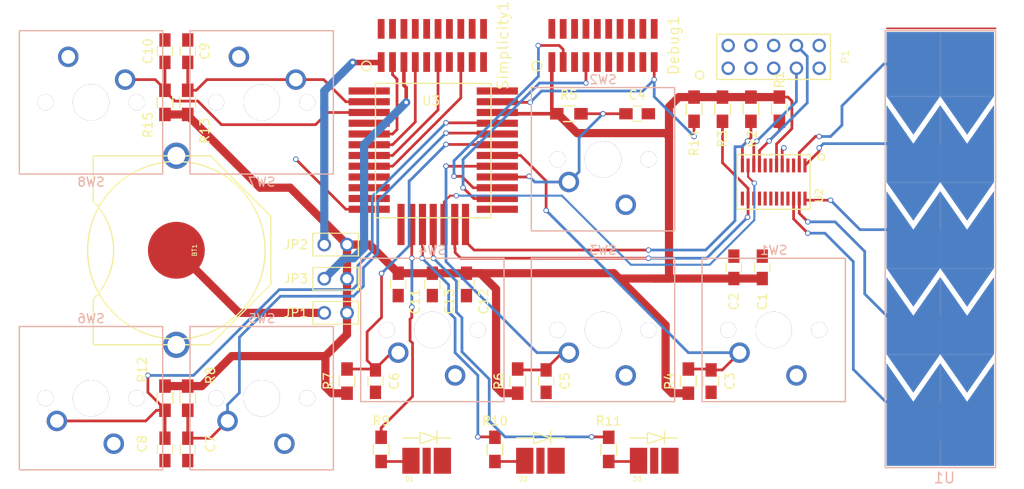
<source format=kicad_pcb>
(kicad_pcb (version 4) (host pcbnew 4.0.4-stable)

  (general
    (links 148)
    (no_connects 57)
    (area 78.74 73.616171 193.040001 128.270001)
    (thickness 1.6)
    (drawings 0)
    (tracks 385)
    (zones 0)
    (modules 49)
    (nets 79)
  )

  (page A4)
  (layers
    (0 F.Cu signal)
    (31 B.Cu signal)
    (32 B.Adhes user)
    (33 F.Adhes user)
    (34 B.Paste user)
    (35 F.Paste user)
    (36 B.SilkS user hide)
    (37 F.SilkS user)
    (38 B.Mask user)
    (39 F.Mask user)
    (40 Dwgs.User user)
    (41 Cmts.User user)
    (42 Eco1.User user)
    (43 Eco2.User user)
    (44 Edge.Cuts user)
    (45 Margin user)
    (46 B.CrtYd user)
    (47 F.CrtYd user)
    (48 B.Fab user)
    (49 F.Fab user)
  )

  (setup
    (last_trace_width 0.2286)
    (user_trace_width 0.2286)
    (user_trace_width 0.3048)
    (user_trace_width 0.4064)
    (user_trace_width 0.6096)
    (user_trace_width 0.9144)
    (user_trace_width 1.2192)
    (trace_clearance 0.1524)
    (zone_clearance 0.508)
    (zone_45_only no)
    (trace_min 0.2286)
    (segment_width 0.2)
    (edge_width 0.15)
    (via_size 0.5842)
    (via_drill 0.4064)
    (via_min_size 0.508)
    (via_min_drill 0.3302)
    (user_via 0.6096 0.4064)
    (user_via 0.9144 0.6096)
    (user_via 1.2192 0.8128)
    (uvia_size 0.3)
    (uvia_drill 0.1)
    (uvias_allowed no)
    (uvia_min_size 0.2)
    (uvia_min_drill 0.1)
    (pcb_text_width 0.3)
    (pcb_text_size 1.5 1.5)
    (mod_edge_width 0.15)
    (mod_text_size 1 1)
    (mod_text_width 0.15)
    (pad_size 6.35 6.35)
    (pad_drill 0)
    (pad_to_mask_clearance 0.2)
    (aux_axis_origin 0 0)
    (visible_elements 7FFFFFFF)
    (pcbplotparams
      (layerselection 0x00010_80000001)
      (usegerberextensions false)
      (excludeedgelayer true)
      (linewidth 0.100000)
      (plotframeref false)
      (viasonmask false)
      (mode 1)
      (useauxorigin false)
      (hpglpennumber 1)
      (hpglpenspeed 20)
      (hpglpendiameter 15)
      (hpglpenoverlay 2)
      (psnegative false)
      (psa4output false)
      (plotreference true)
      (plotvalue true)
      (plotinvisibletext false)
      (padsonsilk false)
      (subtractmaskfromsilk false)
      (outputformat 1)
      (mirror false)
      (drillshape 0)
      (scaleselection 1)
      (outputdirectory gerber_files/))
  )

  (net 0 "")
  (net 1 GND)
  (net 2 "Net-(BT1-Pad1)")
  (net 3 /VDD_BGM)
  (net 4 /Bleft)
  (net 5 /Bup)
  (net 6 /Bdown)
  (net 7 /Bright)
  (net 8 /B1)
  (net 9 /B2)
  (net 10 /B3)
  (net 11 /B4)
  (net 12 "Net-(D1-Pad2)")
  (net 13 "Net-(D2-Pad2)")
  (net 14 "Net-(D3-Pad2)")
  (net 15 "Net-(Debug1-Pad20)")
  (net 16 /SWDIO)
  (net 17 "Net-(Debug1-Pad18)")
  (net 18 /SWCLK)
  (net 19 "Net-(Debug1-Pad16)")
  (net 20 "Net-(Debug1-Pad6)")
  (net 21 "Net-(Debug1-Pad14)")
  (net 22 "Net-(Debug1-Pad7)")
  (net 23 "Net-(Debug1-Pad13)")
  (net 24 "Net-(Debug1-Pad8)")
  (net 25 "Net-(Debug1-Pad12)")
  (net 26 "Net-(Debug1-Pad9)")
  (net 27 "Net-(Debug1-Pad11)")
  (net 28 /RESET)
  (net 29 /VMCU)
  (net 30 /VDD3V)
  (net 31 "Net-(P1-Pad1)")
  (net 32 /CNFG_CLK)
  (net 33 /LED0)
  (net 34 /LED1)
  (net 35 /LED2)
  (net 36 "Net-(Simplicity1-Pad20)")
  (net 37 "Net-(Simplicity1-Pad19)")
  (net 38 /VCOM_TX)
  (net 39 "Net-(Simplicity1-Pad18)")
  (net 40 "Net-(Simplicity1-Pad17)")
  (net 41 /VCOM_RX)
  (net 42 "Net-(Simplicity1-Pad16)")
  (net 43 "Net-(Simplicity1-Pad5)")
  (net 44 /VCOM_CTS)
  (net 45 "Net-(Simplicity1-Pad14)")
  (net 46 /VCOM_RTS)
  (net 47 "Net-(Simplicity1-Pad12)")
  (net 48 "Net-(Simplicity1-Pad10)")
  (net 49 /SLIDE_1)
  (net 50 /SLIDE_2)
  (net 51 /SLIDE_3)
  (net 52 /SLIDE_4)
  (net 53 /SLIDE_5)
  (net 54 "Net-(U2-Pad21)")
  (net 55 "Net-(U2-Pad4)")
  (net 56 "Net-(U2-Pad20)")
  (net 57 "Net-(U2-Pad19)")
  (net 58 "Net-(U2-Pad18)")
  (net 59 "Net-(U2-Pad7)")
  (net 60 "Net-(U2-Pad17)")
  (net 61 "Net-(U2-Pad8)")
  (net 62 "Net-(U2-Pad16)")
  (net 63 "Net-(U2-Pad15)")
  (net 64 /CNFG_DATA)
  (net 65 "Net-(U2-Pad13)")
  (net 66 "Net-(U3-Pad4)")
  (net 67 "Net-(U3-Pad9)")
  (net 68 "Net-(U3-Pad10)")
  (net 69 "Net-(U3-Pad11)")
  (net 70 "Net-(U3-Pad13)")
  (net 71 /I2C_SDA)
  (net 72 /I2C_SCL)
  (net 73 "Net-(P1-Pad10)")
  (net 74 "Net-(P1-Pad8)")
  (net 75 "Net-(P1-Pad6)")
  (net 76 "Net-(P1-Pad5)")
  (net 77 "Net-(U2-Pad3)")
  (net 78 /I2C_INT)

  (net_class Default "This is the default net class."
    (clearance 0.1524)
    (trace_width 0.2286)
    (via_dia 0.5842)
    (via_drill 0.4064)
    (uvia_dia 0.3)
    (uvia_drill 0.1)
    (add_net /B1)
    (add_net /B2)
    (add_net /B3)
    (add_net /B4)
    (add_net /Bdown)
    (add_net /Bleft)
    (add_net /Bright)
    (add_net /Bup)
    (add_net /CNFG_CLK)
    (add_net /CNFG_DATA)
    (add_net /I2C_INT)
    (add_net /I2C_SCL)
    (add_net /I2C_SDA)
    (add_net /LED0)
    (add_net /LED1)
    (add_net /LED2)
    (add_net /RESET)
    (add_net /SLIDE_1)
    (add_net /SLIDE_2)
    (add_net /SLIDE_3)
    (add_net /SLIDE_4)
    (add_net /SLIDE_5)
    (add_net /SWCLK)
    (add_net /SWDIO)
    (add_net /VCOM_CTS)
    (add_net /VCOM_RTS)
    (add_net /VCOM_RX)
    (add_net /VCOM_TX)
    (add_net /VDD3V)
    (add_net /VDD_BGM)
    (add_net /VMCU)
    (add_net GND)
    (add_net "Net-(BT1-Pad1)")
    (add_net "Net-(D1-Pad2)")
    (add_net "Net-(D2-Pad2)")
    (add_net "Net-(D3-Pad2)")
    (add_net "Net-(Debug1-Pad11)")
    (add_net "Net-(Debug1-Pad12)")
    (add_net "Net-(Debug1-Pad13)")
    (add_net "Net-(Debug1-Pad14)")
    (add_net "Net-(Debug1-Pad16)")
    (add_net "Net-(Debug1-Pad18)")
    (add_net "Net-(Debug1-Pad20)")
    (add_net "Net-(Debug1-Pad6)")
    (add_net "Net-(Debug1-Pad7)")
    (add_net "Net-(Debug1-Pad8)")
    (add_net "Net-(Debug1-Pad9)")
    (add_net "Net-(P1-Pad1)")
    (add_net "Net-(P1-Pad10)")
    (add_net "Net-(P1-Pad5)")
    (add_net "Net-(P1-Pad6)")
    (add_net "Net-(P1-Pad8)")
    (add_net "Net-(Simplicity1-Pad10)")
    (add_net "Net-(Simplicity1-Pad12)")
    (add_net "Net-(Simplicity1-Pad14)")
    (add_net "Net-(Simplicity1-Pad16)")
    (add_net "Net-(Simplicity1-Pad17)")
    (add_net "Net-(Simplicity1-Pad18)")
    (add_net "Net-(Simplicity1-Pad19)")
    (add_net "Net-(Simplicity1-Pad20)")
    (add_net "Net-(Simplicity1-Pad5)")
    (add_net "Net-(U2-Pad13)")
    (add_net "Net-(U2-Pad15)")
    (add_net "Net-(U2-Pad16)")
    (add_net "Net-(U2-Pad17)")
    (add_net "Net-(U2-Pad18)")
    (add_net "Net-(U2-Pad19)")
    (add_net "Net-(U2-Pad20)")
    (add_net "Net-(U2-Pad21)")
    (add_net "Net-(U2-Pad3)")
    (add_net "Net-(U2-Pad4)")
    (add_net "Net-(U2-Pad7)")
    (add_net "Net-(U2-Pad8)")
    (add_net "Net-(U3-Pad10)")
    (add_net "Net-(U3-Pad11)")
    (add_net "Net-(U3-Pad13)")
    (add_net "Net-(U3-Pad4)")
    (add_net "Net-(U3-Pad9)")
  )

  (module kDrive:Cherry_MX1A-C1NW (layer B.Cu) (tedit 588A43A6) (tstamp 588568D2)
    (at 127 110.49)
    (path /56A719B0)
    (fp_text reference SW4 (at 0 -8.89) (layer B.SilkS)
      (effects (font (size 1 1) (thickness 0.15)) (justify mirror))
    )
    (fp_text value SW_PUSH (at 0 8.89) (layer B.Fab)
      (effects (font (size 1 1) (thickness 0.15)) (justify mirror))
    )
    (fp_line (start -8 8) (end 8 8) (layer B.SilkS) (width 0.15))
    (fp_line (start 8 8) (end 8 -8) (layer B.SilkS) (width 0.15))
    (fp_line (start 8 -8) (end -8 -8) (layer B.SilkS) (width 0.15))
    (fp_line (start -8 -8) (end -8 8) (layer B.SilkS) (width 0.15))
    (pad "" thru_hole circle (at -5.08 0) (size 1.778 1.778) (drill 1.778) (layers *.Cu *.Mask))
    (pad "" thru_hole circle (at 5.08 0) (size 1.778 1.778) (drill 1.778) (layers *.Cu *.Mask))
    (pad 1 thru_hole circle (at -3.81 2.54) (size 2.286 2.286) (drill 1.524) (layers *.Cu *.Mask)
      (net 7 /Bright))
    (pad 2 thru_hole circle (at 2.54 5.08) (size 2.286 2.286) (drill 1.524) (layers *.Cu *.Mask)
      (net 1 GND))
    (pad "" thru_hole circle (at 0 0) (size 4.064 4.064) (drill 4.064) (layers *.Cu *.Mask))
  )

  (module Capacitors_SMD:C_0805_HandSoldering (layer F.Cu) (tedit 5886BBC3) (tstamp 5885675B)
    (at 163.83 103.505 270)
    (descr "Capacitor SMD 0805, hand soldering")
    (tags "capacitor 0805")
    (path /587B09C2)
    (attr smd)
    (fp_text reference C1 (at 3.81 0 270) (layer F.SilkS)
      (effects (font (size 1 1) (thickness 0.15)))
    )
    (fp_text value 0.1u (at 3.81 -1.27 270) (layer F.Fab)
      (effects (font (size 1 1) (thickness 0.15)))
    )
    (fp_line (start -1 0.625) (end -1 -0.625) (layer F.Fab) (width 0.1))
    (fp_line (start 1 0.625) (end -1 0.625) (layer F.Fab) (width 0.1))
    (fp_line (start 1 -0.625) (end 1 0.625) (layer F.Fab) (width 0.1))
    (fp_line (start -1 -0.625) (end 1 -0.625) (layer F.Fab) (width 0.1))
    (fp_line (start -2.3 -1) (end 2.3 -1) (layer F.CrtYd) (width 0.05))
    (fp_line (start -2.3 1) (end 2.3 1) (layer F.CrtYd) (width 0.05))
    (fp_line (start -2.3 -1) (end -2.3 1) (layer F.CrtYd) (width 0.05))
    (fp_line (start 2.3 -1) (end 2.3 1) (layer F.CrtYd) (width 0.05))
    (fp_line (start 0.5 -0.85) (end -0.5 -0.85) (layer F.SilkS) (width 0.12))
    (fp_line (start -0.5 0.85) (end 0.5 0.85) (layer F.SilkS) (width 0.12))
    (pad 1 smd rect (at -1.25 0 270) (size 1.5 1.25) (layers F.Cu F.Paste F.Mask)
      (net 1 GND))
    (pad 2 smd rect (at 1.25 0 270) (size 1.5 1.25) (layers F.Cu F.Paste F.Mask)
      (net 3 /VDD_BGM))
    (model Capacitors_SMD.3dshapes/C_0805_HandSoldering.wrl
      (at (xyz 0 0 0))
      (scale (xyz 1 1 1))
      (rotate (xyz 0 0 0))
    )
  )

  (module Capacitors_SMD:C_0805_HandSoldering (layer F.Cu) (tedit 5886BBCB) (tstamp 58856761)
    (at 160.655 103.505 270)
    (descr "Capacitor SMD 0805, hand soldering")
    (tags "capacitor 0805")
    (path /587B0A37)
    (attr smd)
    (fp_text reference C2 (at 3.81 0 270) (layer F.SilkS)
      (effects (font (size 1 1) (thickness 0.15)))
    )
    (fp_text value 4.7u (at 3.81 -0.635 270) (layer F.Fab)
      (effects (font (size 1 1) (thickness 0.15)))
    )
    (fp_line (start -1 0.625) (end -1 -0.625) (layer F.Fab) (width 0.1))
    (fp_line (start 1 0.625) (end -1 0.625) (layer F.Fab) (width 0.1))
    (fp_line (start 1 -0.625) (end 1 0.625) (layer F.Fab) (width 0.1))
    (fp_line (start -1 -0.625) (end 1 -0.625) (layer F.Fab) (width 0.1))
    (fp_line (start -2.3 -1) (end 2.3 -1) (layer F.CrtYd) (width 0.05))
    (fp_line (start -2.3 1) (end 2.3 1) (layer F.CrtYd) (width 0.05))
    (fp_line (start -2.3 -1) (end -2.3 1) (layer F.CrtYd) (width 0.05))
    (fp_line (start 2.3 -1) (end 2.3 1) (layer F.CrtYd) (width 0.05))
    (fp_line (start 0.5 -0.85) (end -0.5 -0.85) (layer F.SilkS) (width 0.12))
    (fp_line (start -0.5 0.85) (end 0.5 0.85) (layer F.SilkS) (width 0.12))
    (pad 1 smd rect (at -1.25 0 270) (size 1.5 1.25) (layers F.Cu F.Paste F.Mask)
      (net 1 GND))
    (pad 2 smd rect (at 1.25 0 270) (size 1.5 1.25) (layers F.Cu F.Paste F.Mask)
      (net 3 /VDD_BGM))
    (model Capacitors_SMD.3dshapes/C_0805_HandSoldering.wrl
      (at (xyz 0 0 0))
      (scale (xyz 1 1 1))
      (rotate (xyz 0 0 0))
    )
  )

  (module Capacitors_SMD:C_0805_HandSoldering (layer F.Cu) (tedit 541A9B8D) (tstamp 58856767)
    (at 158.115 116.205 270)
    (descr "Capacitor SMD 0805, hand soldering")
    (tags "capacitor 0805")
    (path /57D4C552)
    (attr smd)
    (fp_text reference C3 (at 0 -2.1 270) (layer F.SilkS)
      (effects (font (size 1 1) (thickness 0.15)))
    )
    (fp_text value C (at 0 2.1 270) (layer F.Fab)
      (effects (font (size 1 1) (thickness 0.15)))
    )
    (fp_line (start -1 0.625) (end -1 -0.625) (layer F.Fab) (width 0.1))
    (fp_line (start 1 0.625) (end -1 0.625) (layer F.Fab) (width 0.1))
    (fp_line (start 1 -0.625) (end 1 0.625) (layer F.Fab) (width 0.1))
    (fp_line (start -1 -0.625) (end 1 -0.625) (layer F.Fab) (width 0.1))
    (fp_line (start -2.3 -1) (end 2.3 -1) (layer F.CrtYd) (width 0.05))
    (fp_line (start -2.3 1) (end 2.3 1) (layer F.CrtYd) (width 0.05))
    (fp_line (start -2.3 -1) (end -2.3 1) (layer F.CrtYd) (width 0.05))
    (fp_line (start 2.3 -1) (end 2.3 1) (layer F.CrtYd) (width 0.05))
    (fp_line (start 0.5 -0.85) (end -0.5 -0.85) (layer F.SilkS) (width 0.12))
    (fp_line (start -0.5 0.85) (end 0.5 0.85) (layer F.SilkS) (width 0.12))
    (pad 1 smd rect (at -1.25 0 270) (size 1.5 1.25) (layers F.Cu F.Paste F.Mask)
      (net 4 /Bleft))
    (pad 2 smd rect (at 1.25 0 270) (size 1.5 1.25) (layers F.Cu F.Paste F.Mask)
      (net 1 GND))
    (model Capacitors_SMD.3dshapes/C_0805_HandSoldering.wrl
      (at (xyz 0 0 0))
      (scale (xyz 1 1 1))
      (rotate (xyz 0 0 0))
    )
  )

  (module Capacitors_SMD:C_0805_HandSoldering (layer F.Cu) (tedit 541A9B8D) (tstamp 5885676D)
    (at 149.86 86.36)
    (descr "Capacitor SMD 0805, hand soldering")
    (tags "capacitor 0805")
    (path /57D4C632)
    (attr smd)
    (fp_text reference C4 (at 0 -2.1) (layer F.SilkS)
      (effects (font (size 1 1) (thickness 0.15)))
    )
    (fp_text value C (at 0 2.1) (layer F.Fab)
      (effects (font (size 1 1) (thickness 0.15)))
    )
    (fp_line (start -1 0.625) (end -1 -0.625) (layer F.Fab) (width 0.1))
    (fp_line (start 1 0.625) (end -1 0.625) (layer F.Fab) (width 0.1))
    (fp_line (start 1 -0.625) (end 1 0.625) (layer F.Fab) (width 0.1))
    (fp_line (start -1 -0.625) (end 1 -0.625) (layer F.Fab) (width 0.1))
    (fp_line (start -2.3 -1) (end 2.3 -1) (layer F.CrtYd) (width 0.05))
    (fp_line (start -2.3 1) (end 2.3 1) (layer F.CrtYd) (width 0.05))
    (fp_line (start -2.3 -1) (end -2.3 1) (layer F.CrtYd) (width 0.05))
    (fp_line (start 2.3 -1) (end 2.3 1) (layer F.CrtYd) (width 0.05))
    (fp_line (start 0.5 -0.85) (end -0.5 -0.85) (layer F.SilkS) (width 0.12))
    (fp_line (start -0.5 0.85) (end 0.5 0.85) (layer F.SilkS) (width 0.12))
    (pad 1 smd rect (at -1.25 0) (size 1.5 1.25) (layers F.Cu F.Paste F.Mask)
      (net 5 /Bup))
    (pad 2 smd rect (at 1.25 0) (size 1.5 1.25) (layers F.Cu F.Paste F.Mask)
      (net 1 GND))
    (model Capacitors_SMD.3dshapes/C_0805_HandSoldering.wrl
      (at (xyz 0 0 0))
      (scale (xyz 1 1 1))
      (rotate (xyz 0 0 0))
    )
  )

  (module Capacitors_SMD:C_0805_HandSoldering (layer F.Cu) (tedit 541A9B8D) (tstamp 58856773)
    (at 139.7 116.205 270)
    (descr "Capacitor SMD 0805, hand soldering")
    (tags "capacitor 0805")
    (path /57D4C758)
    (attr smd)
    (fp_text reference C5 (at 0 -2.1 270) (layer F.SilkS)
      (effects (font (size 1 1) (thickness 0.15)))
    )
    (fp_text value C (at 0 2.1 270) (layer F.Fab)
      (effects (font (size 1 1) (thickness 0.15)))
    )
    (fp_line (start -1 0.625) (end -1 -0.625) (layer F.Fab) (width 0.1))
    (fp_line (start 1 0.625) (end -1 0.625) (layer F.Fab) (width 0.1))
    (fp_line (start 1 -0.625) (end 1 0.625) (layer F.Fab) (width 0.1))
    (fp_line (start -1 -0.625) (end 1 -0.625) (layer F.Fab) (width 0.1))
    (fp_line (start -2.3 -1) (end 2.3 -1) (layer F.CrtYd) (width 0.05))
    (fp_line (start -2.3 1) (end 2.3 1) (layer F.CrtYd) (width 0.05))
    (fp_line (start -2.3 -1) (end -2.3 1) (layer F.CrtYd) (width 0.05))
    (fp_line (start 2.3 -1) (end 2.3 1) (layer F.CrtYd) (width 0.05))
    (fp_line (start 0.5 -0.85) (end -0.5 -0.85) (layer F.SilkS) (width 0.12))
    (fp_line (start -0.5 0.85) (end 0.5 0.85) (layer F.SilkS) (width 0.12))
    (pad 1 smd rect (at -1.25 0 270) (size 1.5 1.25) (layers F.Cu F.Paste F.Mask)
      (net 6 /Bdown))
    (pad 2 smd rect (at 1.25 0 270) (size 1.5 1.25) (layers F.Cu F.Paste F.Mask)
      (net 1 GND))
    (model Capacitors_SMD.3dshapes/C_0805_HandSoldering.wrl
      (at (xyz 0 0 0))
      (scale (xyz 1 1 1))
      (rotate (xyz 0 0 0))
    )
  )

  (module Capacitors_SMD:C_0805_HandSoldering (layer F.Cu) (tedit 541A9B8D) (tstamp 58856779)
    (at 120.65 116.205 270)
    (descr "Capacitor SMD 0805, hand soldering")
    (tags "capacitor 0805")
    (path /57D4C6CB)
    (attr smd)
    (fp_text reference C6 (at 0 -2.1 270) (layer F.SilkS)
      (effects (font (size 1 1) (thickness 0.15)))
    )
    (fp_text value C (at 0 2.1 270) (layer F.Fab)
      (effects (font (size 1 1) (thickness 0.15)))
    )
    (fp_line (start -1 0.625) (end -1 -0.625) (layer F.Fab) (width 0.1))
    (fp_line (start 1 0.625) (end -1 0.625) (layer F.Fab) (width 0.1))
    (fp_line (start 1 -0.625) (end 1 0.625) (layer F.Fab) (width 0.1))
    (fp_line (start -1 -0.625) (end 1 -0.625) (layer F.Fab) (width 0.1))
    (fp_line (start -2.3 -1) (end 2.3 -1) (layer F.CrtYd) (width 0.05))
    (fp_line (start -2.3 1) (end 2.3 1) (layer F.CrtYd) (width 0.05))
    (fp_line (start -2.3 -1) (end -2.3 1) (layer F.CrtYd) (width 0.05))
    (fp_line (start 2.3 -1) (end 2.3 1) (layer F.CrtYd) (width 0.05))
    (fp_line (start 0.5 -0.85) (end -0.5 -0.85) (layer F.SilkS) (width 0.12))
    (fp_line (start -0.5 0.85) (end 0.5 0.85) (layer F.SilkS) (width 0.12))
    (pad 1 smd rect (at -1.25 0 270) (size 1.5 1.25) (layers F.Cu F.Paste F.Mask)
      (net 7 /Bright))
    (pad 2 smd rect (at 1.25 0 270) (size 1.5 1.25) (layers F.Cu F.Paste F.Mask)
      (net 1 GND))
    (model Capacitors_SMD.3dshapes/C_0805_HandSoldering.wrl
      (at (xyz 0 0 0))
      (scale (xyz 1 1 1))
      (rotate (xyz 0 0 0))
    )
  )

  (module Capacitors_SMD:C_0805_HandSoldering (layer F.Cu) (tedit 5886BA31) (tstamp 5885677F)
    (at 99.695 123.825 270)
    (descr "Capacitor SMD 0805, hand soldering")
    (tags "capacitor 0805")
    (path /57D4C7C9)
    (attr smd)
    (fp_text reference C7 (at -0.635 -2.54 270) (layer F.SilkS)
      (effects (font (size 1 1) (thickness 0.15)))
    )
    (fp_text value C (at 0 -2.54 270) (layer F.Fab)
      (effects (font (size 1 1) (thickness 0.15)))
    )
    (fp_line (start -1 0.625) (end -1 -0.625) (layer F.Fab) (width 0.1))
    (fp_line (start 1 0.625) (end -1 0.625) (layer F.Fab) (width 0.1))
    (fp_line (start 1 -0.625) (end 1 0.625) (layer F.Fab) (width 0.1))
    (fp_line (start -1 -0.625) (end 1 -0.625) (layer F.Fab) (width 0.1))
    (fp_line (start -2.3 -1) (end 2.3 -1) (layer F.CrtYd) (width 0.05))
    (fp_line (start -2.3 1) (end 2.3 1) (layer F.CrtYd) (width 0.05))
    (fp_line (start -2.3 -1) (end -2.3 1) (layer F.CrtYd) (width 0.05))
    (fp_line (start 2.3 -1) (end 2.3 1) (layer F.CrtYd) (width 0.05))
    (fp_line (start 0.5 -0.85) (end -0.5 -0.85) (layer F.SilkS) (width 0.12))
    (fp_line (start -0.5 0.85) (end 0.5 0.85) (layer F.SilkS) (width 0.12))
    (pad 1 smd rect (at -1.25 0 270) (size 1.5 1.25) (layers F.Cu F.Paste F.Mask)
      (net 8 /B1))
    (pad 2 smd rect (at 1.25 0 270) (size 1.5 1.25) (layers F.Cu F.Paste F.Mask)
      (net 1 GND))
    (model Capacitors_SMD.3dshapes/C_0805_HandSoldering.wrl
      (at (xyz 0 0 0))
      (scale (xyz 1 1 1))
      (rotate (xyz 0 0 0))
    )
  )

  (module Capacitors_SMD:C_0805_HandSoldering (layer F.Cu) (tedit 5886BA43) (tstamp 58856785)
    (at 97.155 123.825 270)
    (descr "Capacitor SMD 0805, hand soldering")
    (tags "capacitor 0805")
    (path /57D4C850)
    (attr smd)
    (fp_text reference C8 (at -0.635 2.54 270) (layer F.SilkS)
      (effects (font (size 1 1) (thickness 0.15)))
    )
    (fp_text value C (at 0 2.54 270) (layer F.Fab)
      (effects (font (size 1 1) (thickness 0.15)))
    )
    (fp_line (start -1 0.625) (end -1 -0.625) (layer F.Fab) (width 0.1))
    (fp_line (start 1 0.625) (end -1 0.625) (layer F.Fab) (width 0.1))
    (fp_line (start 1 -0.625) (end 1 0.625) (layer F.Fab) (width 0.1))
    (fp_line (start -1 -0.625) (end 1 -0.625) (layer F.Fab) (width 0.1))
    (fp_line (start -2.3 -1) (end 2.3 -1) (layer F.CrtYd) (width 0.05))
    (fp_line (start -2.3 1) (end 2.3 1) (layer F.CrtYd) (width 0.05))
    (fp_line (start -2.3 -1) (end -2.3 1) (layer F.CrtYd) (width 0.05))
    (fp_line (start 2.3 -1) (end 2.3 1) (layer F.CrtYd) (width 0.05))
    (fp_line (start 0.5 -0.85) (end -0.5 -0.85) (layer F.SilkS) (width 0.12))
    (fp_line (start -0.5 0.85) (end 0.5 0.85) (layer F.SilkS) (width 0.12))
    (pad 1 smd rect (at -1.25 0 270) (size 1.5 1.25) (layers F.Cu F.Paste F.Mask)
      (net 9 /B2))
    (pad 2 smd rect (at 1.25 0 270) (size 1.5 1.25) (layers F.Cu F.Paste F.Mask)
      (net 1 GND))
    (model Capacitors_SMD.3dshapes/C_0805_HandSoldering.wrl
      (at (xyz 0 0 0))
      (scale (xyz 1 1 1))
      (rotate (xyz 0 0 0))
    )
  )

  (module Capacitors_SMD:C_0805_HandSoldering (layer F.Cu) (tedit 5886B9BD) (tstamp 5885678B)
    (at 99.695 79.375 90)
    (descr "Capacitor SMD 0805, hand soldering")
    (tags "capacitor 0805")
    (path /57D4C8D9)
    (attr smd)
    (fp_text reference C9 (at 0 1.905 90) (layer F.SilkS)
      (effects (font (size 1 1) (thickness 0.15)))
    )
    (fp_text value C (at -0.635 1.905 90) (layer F.Fab)
      (effects (font (size 1 1) (thickness 0.15)))
    )
    (fp_line (start -1 0.625) (end -1 -0.625) (layer F.Fab) (width 0.1))
    (fp_line (start 1 0.625) (end -1 0.625) (layer F.Fab) (width 0.1))
    (fp_line (start 1 -0.625) (end 1 0.625) (layer F.Fab) (width 0.1))
    (fp_line (start -1 -0.625) (end 1 -0.625) (layer F.Fab) (width 0.1))
    (fp_line (start -2.3 -1) (end 2.3 -1) (layer F.CrtYd) (width 0.05))
    (fp_line (start -2.3 1) (end 2.3 1) (layer F.CrtYd) (width 0.05))
    (fp_line (start -2.3 -1) (end -2.3 1) (layer F.CrtYd) (width 0.05))
    (fp_line (start 2.3 -1) (end 2.3 1) (layer F.CrtYd) (width 0.05))
    (fp_line (start 0.5 -0.85) (end -0.5 -0.85) (layer F.SilkS) (width 0.12))
    (fp_line (start -0.5 0.85) (end 0.5 0.85) (layer F.SilkS) (width 0.12))
    (pad 1 smd rect (at -1.25 0 90) (size 1.5 1.25) (layers F.Cu F.Paste F.Mask)
      (net 10 /B3))
    (pad 2 smd rect (at 1.25 0 90) (size 1.5 1.25) (layers F.Cu F.Paste F.Mask)
      (net 1 GND))
    (model Capacitors_SMD.3dshapes/C_0805_HandSoldering.wrl
      (at (xyz 0 0 0))
      (scale (xyz 1 1 1))
      (rotate (xyz 0 0 0))
    )
  )

  (module Capacitors_SMD:C_0805_HandSoldering (layer F.Cu) (tedit 5886B9B8) (tstamp 58856791)
    (at 97.155 79.375 90)
    (descr "Capacitor SMD 0805, hand soldering")
    (tags "capacitor 0805")
    (path /58098705)
    (attr smd)
    (fp_text reference C10 (at 0 -1.905 90) (layer F.SilkS)
      (effects (font (size 1 1) (thickness 0.15)))
    )
    (fp_text value C (at -1.27 -1.905 90) (layer F.Fab)
      (effects (font (size 1 1) (thickness 0.15)))
    )
    (fp_line (start -1 0.625) (end -1 -0.625) (layer F.Fab) (width 0.1))
    (fp_line (start 1 0.625) (end -1 0.625) (layer F.Fab) (width 0.1))
    (fp_line (start 1 -0.625) (end 1 0.625) (layer F.Fab) (width 0.1))
    (fp_line (start -1 -0.625) (end 1 -0.625) (layer F.Fab) (width 0.1))
    (fp_line (start -2.3 -1) (end 2.3 -1) (layer F.CrtYd) (width 0.05))
    (fp_line (start -2.3 1) (end 2.3 1) (layer F.CrtYd) (width 0.05))
    (fp_line (start -2.3 -1) (end -2.3 1) (layer F.CrtYd) (width 0.05))
    (fp_line (start 2.3 -1) (end 2.3 1) (layer F.CrtYd) (width 0.05))
    (fp_line (start 0.5 -0.85) (end -0.5 -0.85) (layer F.SilkS) (width 0.12))
    (fp_line (start -0.5 0.85) (end 0.5 0.85) (layer F.SilkS) (width 0.12))
    (pad 1 smd rect (at -1.25 0 90) (size 1.5 1.25) (layers F.Cu F.Paste F.Mask)
      (net 11 /B4))
    (pad 2 smd rect (at 1.25 0 90) (size 1.5 1.25) (layers F.Cu F.Paste F.Mask)
      (net 1 GND))
    (model Capacitors_SMD.3dshapes/C_0805_HandSoldering.wrl
      (at (xyz 0 0 0))
      (scale (xyz 1 1 1))
      (rotate (xyz 0 0 0))
    )
  )

  (module Capacitors_SMD:C_0805_HandSoldering (layer F.Cu) (tedit 5886BB79) (tstamp 58856797)
    (at 123.19 105.41 270)
    (descr "Capacitor SMD 0805, hand soldering")
    (tags "capacitor 0805")
    (path /58853A92)
    (attr smd)
    (fp_text reference C11 (at 1.905 -1.905 270) (layer F.SilkS)
      (effects (font (size 1 1) (thickness 0.15)))
    )
    (fp_text value 100n (at -1.27 -1.905 270) (layer F.Fab)
      (effects (font (size 1 1) (thickness 0.15)))
    )
    (fp_line (start -1 0.625) (end -1 -0.625) (layer F.Fab) (width 0.1))
    (fp_line (start 1 0.625) (end -1 0.625) (layer F.Fab) (width 0.1))
    (fp_line (start 1 -0.625) (end 1 0.625) (layer F.Fab) (width 0.1))
    (fp_line (start -1 -0.625) (end 1 -0.625) (layer F.Fab) (width 0.1))
    (fp_line (start -2.3 -1) (end 2.3 -1) (layer F.CrtYd) (width 0.05))
    (fp_line (start -2.3 1) (end 2.3 1) (layer F.CrtYd) (width 0.05))
    (fp_line (start -2.3 -1) (end -2.3 1) (layer F.CrtYd) (width 0.05))
    (fp_line (start 2.3 -1) (end 2.3 1) (layer F.CrtYd) (width 0.05))
    (fp_line (start 0.5 -0.85) (end -0.5 -0.85) (layer F.SilkS) (width 0.12))
    (fp_line (start -0.5 0.85) (end 0.5 0.85) (layer F.SilkS) (width 0.12))
    (pad 1 smd rect (at -1.25 0 270) (size 1.5 1.25) (layers F.Cu F.Paste F.Mask)
      (net 3 /VDD_BGM))
    (pad 2 smd rect (at 1.25 0 270) (size 1.5 1.25) (layers F.Cu F.Paste F.Mask)
      (net 1 GND))
    (model Capacitors_SMD.3dshapes/C_0805_HandSoldering.wrl
      (at (xyz 0 0 0))
      (scale (xyz 1 1 1))
      (rotate (xyz 0 0 0))
    )
  )

  (module Capacitors_SMD:C_0805_HandSoldering (layer F.Cu) (tedit 5886BB73) (tstamp 5885679D)
    (at 130.81 105.41 270)
    (descr "Capacitor SMD 0805, hand soldering")
    (tags "capacitor 0805")
    (path /58853B0D)
    (attr smd)
    (fp_text reference C12 (at 1.905 -1.905 270) (layer F.SilkS)
      (effects (font (size 1 1) (thickness 0.15)))
    )
    (fp_text value 100n (at -1.27 -1.905 270) (layer F.Fab)
      (effects (font (size 1 1) (thickness 0.15)))
    )
    (fp_line (start -1 0.625) (end -1 -0.625) (layer F.Fab) (width 0.1))
    (fp_line (start 1 0.625) (end -1 0.625) (layer F.Fab) (width 0.1))
    (fp_line (start 1 -0.625) (end 1 0.625) (layer F.Fab) (width 0.1))
    (fp_line (start -1 -0.625) (end 1 -0.625) (layer F.Fab) (width 0.1))
    (fp_line (start -2.3 -1) (end 2.3 -1) (layer F.CrtYd) (width 0.05))
    (fp_line (start -2.3 1) (end 2.3 1) (layer F.CrtYd) (width 0.05))
    (fp_line (start -2.3 -1) (end -2.3 1) (layer F.CrtYd) (width 0.05))
    (fp_line (start 2.3 -1) (end 2.3 1) (layer F.CrtYd) (width 0.05))
    (fp_line (start 0.5 -0.85) (end -0.5 -0.85) (layer F.SilkS) (width 0.12))
    (fp_line (start -0.5 0.85) (end 0.5 0.85) (layer F.SilkS) (width 0.12))
    (pad 1 smd rect (at -1.25 0 270) (size 1.5 1.25) (layers F.Cu F.Paste F.Mask)
      (net 3 /VDD_BGM))
    (pad 2 smd rect (at 1.25 0 270) (size 1.5 1.25) (layers F.Cu F.Paste F.Mask)
      (net 1 GND))
    (model Capacitors_SMD.3dshapes/C_0805_HandSoldering.wrl
      (at (xyz 0 0 0))
      (scale (xyz 1 1 1))
      (rotate (xyz 0 0 0))
    )
  )

  (module Capacitors_SMD:C_0805_HandSoldering (layer F.Cu) (tedit 5886BB76) (tstamp 588567A3)
    (at 127 105.41 270)
    (descr "Capacitor SMD 0805, hand soldering")
    (tags "capacitor 0805")
    (path /58853B82)
    (attr smd)
    (fp_text reference C13 (at 1.905 -1.905 270) (layer F.SilkS)
      (effects (font (size 1 1) (thickness 0.15)))
    )
    (fp_text value 10u (at -1.27 -1.905 270) (layer F.Fab)
      (effects (font (size 1 1) (thickness 0.15)))
    )
    (fp_line (start -1 0.625) (end -1 -0.625) (layer F.Fab) (width 0.1))
    (fp_line (start 1 0.625) (end -1 0.625) (layer F.Fab) (width 0.1))
    (fp_line (start 1 -0.625) (end 1 0.625) (layer F.Fab) (width 0.1))
    (fp_line (start -1 -0.625) (end 1 -0.625) (layer F.Fab) (width 0.1))
    (fp_line (start -2.3 -1) (end 2.3 -1) (layer F.CrtYd) (width 0.05))
    (fp_line (start -2.3 1) (end 2.3 1) (layer F.CrtYd) (width 0.05))
    (fp_line (start -2.3 -1) (end -2.3 1) (layer F.CrtYd) (width 0.05))
    (fp_line (start 2.3 -1) (end 2.3 1) (layer F.CrtYd) (width 0.05))
    (fp_line (start 0.5 -0.85) (end -0.5 -0.85) (layer F.SilkS) (width 0.12))
    (fp_line (start -0.5 0.85) (end 0.5 0.85) (layer F.SilkS) (width 0.12))
    (pad 1 smd rect (at -1.25 0 270) (size 1.5 1.25) (layers F.Cu F.Paste F.Mask)
      (net 3 /VDD_BGM))
    (pad 2 smd rect (at 1.25 0 270) (size 1.5 1.25) (layers F.Cu F.Paste F.Mask)
      (net 1 GND))
    (model Capacitors_SMD.3dshapes/C_0805_HandSoldering.wrl
      (at (xyz 0 0 0))
      (scale (xyz 1 1 1))
      (rotate (xyz 0 0 0))
    )
  )

  (module kDrive:LD-CN5M (layer F.Cu) (tedit 58854926) (tstamp 588567B0)
    (at 126.365 125.095 180)
    (path /58866933)
    (fp_text reference D1 (at 1.905 -2.032 180) (layer F.SilkS)
      (effects (font (size 0.508 0.508) (thickness 0.0762)))
    )
    (fp_text value LED (at -1.27 -2.032 180) (layer F.Fab)
      (effects (font (size 0.508 0.508) (thickness 0.0762)))
    )
    (fp_line (start 0.762 2.54) (end 2.667 2.54) (layer F.SilkS) (width 0.15))
    (fp_line (start -1.143 2.54) (end -2.667 2.54) (layer F.SilkS) (width 0.15))
    (fp_line (start -1.143 1.905) (end -1.143 3.302) (layer F.SilkS) (width 0.15))
    (fp_line (start 0.762 1.905) (end 0.762 3.175) (layer F.SilkS) (width 0.15))
    (fp_line (start 0.762 3.175) (end -1.143 2.54) (layer F.SilkS) (width 0.15))
    (fp_line (start -1.143 2.54) (end 0.762 1.905) (layer F.SilkS) (width 0.15))
    (pad 1 smd rect (at -1.7526 0 180) (size 1.9304 2.8956) (layers F.Cu F.Paste F.Mask)
      (net 1 GND))
    (pad "" smd rect (at 0 0 180) (size 0.9144 2.8956) (layers F.Cu F.Paste F.Mask))
    (pad 2 smd rect (at 1.7526 0 180) (size 1.9304 2.8956) (layers F.Cu F.Paste F.Mask)
      (net 12 "Net-(D1-Pad2)"))
  )

  (module kDrive:LD-CN5M (layer F.Cu) (tedit 58854926) (tstamp 588567BD)
    (at 139.065 125.095 180)
    (path /5886632C)
    (fp_text reference D2 (at 1.905 -2.032 180) (layer F.SilkS)
      (effects (font (size 0.508 0.508) (thickness 0.0762)))
    )
    (fp_text value LED (at -1.27 -2.032 180) (layer F.Fab)
      (effects (font (size 0.508 0.508) (thickness 0.0762)))
    )
    (fp_line (start 0.762 2.54) (end 2.667 2.54) (layer F.SilkS) (width 0.15))
    (fp_line (start -1.143 2.54) (end -2.667 2.54) (layer F.SilkS) (width 0.15))
    (fp_line (start -1.143 1.905) (end -1.143 3.302) (layer F.SilkS) (width 0.15))
    (fp_line (start 0.762 1.905) (end 0.762 3.175) (layer F.SilkS) (width 0.15))
    (fp_line (start 0.762 3.175) (end -1.143 2.54) (layer F.SilkS) (width 0.15))
    (fp_line (start -1.143 2.54) (end 0.762 1.905) (layer F.SilkS) (width 0.15))
    (pad 1 smd rect (at -1.7526 0 180) (size 1.9304 2.8956) (layers F.Cu F.Paste F.Mask)
      (net 1 GND))
    (pad "" smd rect (at 0 0 180) (size 0.9144 2.8956) (layers F.Cu F.Paste F.Mask))
    (pad 2 smd rect (at 1.7526 0 180) (size 1.9304 2.8956) (layers F.Cu F.Paste F.Mask)
      (net 13 "Net-(D2-Pad2)"))
  )

  (module kDrive:LD-CN5M (layer F.Cu) (tedit 58854926) (tstamp 588567CA)
    (at 151.765 125.095 180)
    (path /58865DC3)
    (fp_text reference D3 (at 1.905 -2.032 180) (layer F.SilkS)
      (effects (font (size 0.508 0.508) (thickness 0.0762)))
    )
    (fp_text value LED (at -1.27 -2.032 180) (layer F.Fab)
      (effects (font (size 0.508 0.508) (thickness 0.0762)))
    )
    (fp_line (start 0.762 2.54) (end 2.667 2.54) (layer F.SilkS) (width 0.15))
    (fp_line (start -1.143 2.54) (end -2.667 2.54) (layer F.SilkS) (width 0.15))
    (fp_line (start -1.143 1.905) (end -1.143 3.302) (layer F.SilkS) (width 0.15))
    (fp_line (start 0.762 1.905) (end 0.762 3.175) (layer F.SilkS) (width 0.15))
    (fp_line (start 0.762 3.175) (end -1.143 2.54) (layer F.SilkS) (width 0.15))
    (fp_line (start -1.143 2.54) (end 0.762 1.905) (layer F.SilkS) (width 0.15))
    (pad 1 smd rect (at -1.7526 0 180) (size 1.9304 2.8956) (layers F.Cu F.Paste F.Mask)
      (net 1 GND))
    (pad "" smd rect (at 0 0 180) (size 0.9144 2.8956) (layers F.Cu F.Paste F.Mask))
    (pad 2 smd rect (at 1.7526 0 180) (size 1.9304 2.8956) (layers F.Cu F.Paste F.Mask)
      (net 14 "Net-(D3-Pad2)"))
  )

  (module kDrive:DIP-5x2_100mil (layer F.Cu) (tedit 58852641) (tstamp 58856827)
    (at 165.1 80.01)
    (path /587A7D13)
    (fp_text reference P1 (at 8.001 0 90) (layer F.SilkS)
      (effects (font (size 0.8 0.8) (thickness 0.1)))
    )
    (fp_text value CONN_02X05 (at 0 -3.556) (layer F.Fab)
      (effects (font (size 0.8 0.8) (thickness 0.1)))
    )
    (fp_circle (center -8.255 2.032) (end -8.001 2.413) (layer F.SilkS) (width 0.15))
    (fp_line (start -6.35 -2.54) (end -6.35 2.54) (layer F.SilkS) (width 0.15))
    (fp_line (start -6.33 2.519999) (end 6.33 2.52) (layer F.SilkS) (width 0.15))
    (fp_line (start 6.33 2.52) (end 6.33 -2.519999) (layer F.SilkS) (width 0.15))
    (fp_line (start 6.33 -2.519999) (end -6.33 -2.52) (layer F.SilkS) (width 0.15))
    (pad 10 thru_hole circle (at -5.08 -1.27) (size 1.5 1.5) (drill 1) (layers *.Cu *.Mask)
      (net 73 "Net-(P1-Pad10)"))
    (pad 1 thru_hole circle (at -5.08 1.27) (size 1.5 1.5) (drill 1) (layers *.Cu *.Mask)
      (net 31 "Net-(P1-Pad1)"))
    (pad 9 thru_hole circle (at -2.54 -1.27) (size 1.5 1.5) (drill 1) (layers *.Cu *.Mask)
      (net 1 GND))
    (pad 2 thru_hole circle (at -2.54 1.27) (size 1.5 1.5) (drill 1) (layers *.Cu *.Mask)
      (net 1 GND))
    (pad 8 thru_hole circle (at 0 -1.27) (size 1.5 1.5) (drill 1) (layers *.Cu *.Mask)
      (net 74 "Net-(P1-Pad8)"))
    (pad 3 thru_hole circle (at 0 1.27) (size 1.5 1.5) (drill 1) (layers *.Cu *.Mask)
      (net 1 GND))
    (pad 7 thru_hole circle (at 2.54 -1.27) (size 1.5 1.5) (drill 1) (layers *.Cu *.Mask)
      (net 32 /CNFG_CLK))
    (pad 4 thru_hole circle (at 2.54 1.27) (size 1.5 1.5) (drill 1) (layers *.Cu *.Mask)
      (net 64 /CNFG_DATA))
    (pad 6 thru_hole circle (at 5.08 -1.27) (size 1.5 1.5) (drill 1) (layers *.Cu *.Mask)
      (net 75 "Net-(P1-Pad6)"))
    (pad 5 thru_hole circle (at 5.08 1.27) (size 1.5 1.5) (drill 1) (layers *.Cu *.Mask)
      (net 76 "Net-(P1-Pad5)"))
  )

  (module Resistors_SMD:R_0805_HandSoldering (layer F.Cu) (tedit 588A49E3) (tstamp 5885682D)
    (at 165.735 85.852 90)
    (descr "Resistor SMD 0805, hand soldering")
    (tags "resistor 0805")
    (path /587DAB7D)
    (attr smd)
    (fp_text reference R1 (at 3.302 0 90) (layer F.SilkS)
      (effects (font (size 1 1) (thickness 0.15)))
    )
    (fp_text value 1K (at 3.81 -0.635 90) (layer F.Fab)
      (effects (font (size 1 1) (thickness 0.15)))
    )
    (fp_line (start -1 0.625) (end -1 -0.625) (layer F.Fab) (width 0.1))
    (fp_line (start 1 0.625) (end -1 0.625) (layer F.Fab) (width 0.1))
    (fp_line (start 1 -0.625) (end 1 0.625) (layer F.Fab) (width 0.1))
    (fp_line (start -1 -0.625) (end 1 -0.625) (layer F.Fab) (width 0.1))
    (fp_line (start -2.4 -1) (end 2.4 -1) (layer F.CrtYd) (width 0.05))
    (fp_line (start -2.4 1) (end 2.4 1) (layer F.CrtYd) (width 0.05))
    (fp_line (start -2.4 -1) (end -2.4 1) (layer F.CrtYd) (width 0.05))
    (fp_line (start 2.4 -1) (end 2.4 1) (layer F.CrtYd) (width 0.05))
    (fp_line (start 0.6 0.875) (end -0.6 0.875) (layer F.SilkS) (width 0.15))
    (fp_line (start -0.6 -0.875) (end 0.6 -0.875) (layer F.SilkS) (width 0.15))
    (pad 1 smd rect (at -1.35 0 90) (size 1.5 1.3) (layers F.Cu F.Paste F.Mask)
      (net 32 /CNFG_CLK))
    (pad 2 smd rect (at 1.35 0 90) (size 1.5 1.3) (layers F.Cu F.Paste F.Mask)
      (net 3 /VDD_BGM))
    (model Resistors_SMD.3dshapes/R_0805_HandSoldering.wrl
      (at (xyz 0 0 0))
      (scale (xyz 1 1 1))
      (rotate (xyz 0 0 0))
    )
  )

  (module Resistors_SMD:R_0805_HandSoldering (layer F.Cu) (tedit 588A4959) (tstamp 58856833)
    (at 162.56 85.852 90)
    (descr "Resistor SMD 0805, hand soldering")
    (tags "resistor 0805")
    (path /587B1151)
    (attr smd)
    (fp_text reference R2 (at -3.302 0.127 90) (layer F.SilkS)
      (effects (font (size 1 1) (thickness 0.15)))
    )
    (fp_text value 2K (at -5.08 0 90) (layer F.Fab)
      (effects (font (size 1 1) (thickness 0.15)))
    )
    (fp_line (start -1 0.625) (end -1 -0.625) (layer F.Fab) (width 0.1))
    (fp_line (start 1 0.625) (end -1 0.625) (layer F.Fab) (width 0.1))
    (fp_line (start 1 -0.625) (end 1 0.625) (layer F.Fab) (width 0.1))
    (fp_line (start -1 -0.625) (end 1 -0.625) (layer F.Fab) (width 0.1))
    (fp_line (start -2.4 -1) (end 2.4 -1) (layer F.CrtYd) (width 0.05))
    (fp_line (start -2.4 1) (end 2.4 1) (layer F.CrtYd) (width 0.05))
    (fp_line (start -2.4 -1) (end -2.4 1) (layer F.CrtYd) (width 0.05))
    (fp_line (start 2.4 -1) (end 2.4 1) (layer F.CrtYd) (width 0.05))
    (fp_line (start 0.6 0.875) (end -0.6 0.875) (layer F.SilkS) (width 0.15))
    (fp_line (start -0.6 -0.875) (end 0.6 -0.875) (layer F.SilkS) (width 0.15))
    (pad 1 smd rect (at -1.35 0 90) (size 1.5 1.3) (layers F.Cu F.Paste F.Mask)
      (net 72 /I2C_SCL))
    (pad 2 smd rect (at 1.35 0 90) (size 1.5 1.3) (layers F.Cu F.Paste F.Mask)
      (net 3 /VDD_BGM))
    (model Resistors_SMD.3dshapes/R_0805_HandSoldering.wrl
      (at (xyz 0 0 0))
      (scale (xyz 1 1 1))
      (rotate (xyz 0 0 0))
    )
  )

  (module Resistors_SMD:R_0805_HandSoldering (layer F.Cu) (tedit 588A4957) (tstamp 58856839)
    (at 159.385 85.852 90)
    (descr "Resistor SMD 0805, hand soldering")
    (tags "resistor 0805")
    (path /587B13EF)
    (attr smd)
    (fp_text reference R3 (at -3.302 0 90) (layer F.SilkS)
      (effects (font (size 1 1) (thickness 0.15)))
    )
    (fp_text value 2K (at -5.715 0 90) (layer F.Fab)
      (effects (font (size 1 1) (thickness 0.15)))
    )
    (fp_line (start -1 0.625) (end -1 -0.625) (layer F.Fab) (width 0.1))
    (fp_line (start 1 0.625) (end -1 0.625) (layer F.Fab) (width 0.1))
    (fp_line (start 1 -0.625) (end 1 0.625) (layer F.Fab) (width 0.1))
    (fp_line (start -1 -0.625) (end 1 -0.625) (layer F.Fab) (width 0.1))
    (fp_line (start -2.4 -1) (end 2.4 -1) (layer F.CrtYd) (width 0.05))
    (fp_line (start -2.4 1) (end 2.4 1) (layer F.CrtYd) (width 0.05))
    (fp_line (start -2.4 -1) (end -2.4 1) (layer F.CrtYd) (width 0.05))
    (fp_line (start 2.4 -1) (end 2.4 1) (layer F.CrtYd) (width 0.05))
    (fp_line (start 0.6 0.875) (end -0.6 0.875) (layer F.SilkS) (width 0.15))
    (fp_line (start -0.6 -0.875) (end 0.6 -0.875) (layer F.SilkS) (width 0.15))
    (pad 1 smd rect (at -1.35 0 90) (size 1.5 1.3) (layers F.Cu F.Paste F.Mask)
      (net 71 /I2C_SDA))
    (pad 2 smd rect (at 1.35 0 90) (size 1.5 1.3) (layers F.Cu F.Paste F.Mask)
      (net 3 /VDD_BGM))
    (model Resistors_SMD.3dshapes/R_0805_HandSoldering.wrl
      (at (xyz 0 0 0))
      (scale (xyz 1 1 1))
      (rotate (xyz 0 0 0))
    )
  )

  (module Resistors_SMD:R_0805_HandSoldering (layer F.Cu) (tedit 58307B90) (tstamp 5885683F)
    (at 155.575 116.205 90)
    (descr "Resistor SMD 0805, hand soldering")
    (tags "resistor 0805")
    (path /57D4C492)
    (attr smd)
    (fp_text reference R4 (at 0 -2.1 90) (layer F.SilkS)
      (effects (font (size 1 1) (thickness 0.15)))
    )
    (fp_text value R (at 0 2.1 90) (layer F.Fab)
      (effects (font (size 1 1) (thickness 0.15)))
    )
    (fp_line (start -1 0.625) (end -1 -0.625) (layer F.Fab) (width 0.1))
    (fp_line (start 1 0.625) (end -1 0.625) (layer F.Fab) (width 0.1))
    (fp_line (start 1 -0.625) (end 1 0.625) (layer F.Fab) (width 0.1))
    (fp_line (start -1 -0.625) (end 1 -0.625) (layer F.Fab) (width 0.1))
    (fp_line (start -2.4 -1) (end 2.4 -1) (layer F.CrtYd) (width 0.05))
    (fp_line (start -2.4 1) (end 2.4 1) (layer F.CrtYd) (width 0.05))
    (fp_line (start -2.4 -1) (end -2.4 1) (layer F.CrtYd) (width 0.05))
    (fp_line (start 2.4 -1) (end 2.4 1) (layer F.CrtYd) (width 0.05))
    (fp_line (start 0.6 0.875) (end -0.6 0.875) (layer F.SilkS) (width 0.15))
    (fp_line (start -0.6 -0.875) (end 0.6 -0.875) (layer F.SilkS) (width 0.15))
    (pad 1 smd rect (at -1.35 0 90) (size 1.5 1.3) (layers F.Cu F.Paste F.Mask)
      (net 3 /VDD_BGM))
    (pad 2 smd rect (at 1.35 0 90) (size 1.5 1.3) (layers F.Cu F.Paste F.Mask)
      (net 4 /Bleft))
    (model Resistors_SMD.3dshapes/R_0805_HandSoldering.wrl
      (at (xyz 0 0 0))
      (scale (xyz 1 1 1))
      (rotate (xyz 0 0 0))
    )
  )

  (module Resistors_SMD:R_0805_HandSoldering (layer F.Cu) (tedit 58307B90) (tstamp 58856845)
    (at 142.24 86.36)
    (descr "Resistor SMD 0805, hand soldering")
    (tags "resistor 0805")
    (path /57D4C41E)
    (attr smd)
    (fp_text reference R5 (at 0 -2.1) (layer F.SilkS)
      (effects (font (size 1 1) (thickness 0.15)))
    )
    (fp_text value R (at 0 2.1) (layer F.Fab)
      (effects (font (size 1 1) (thickness 0.15)))
    )
    (fp_line (start -1 0.625) (end -1 -0.625) (layer F.Fab) (width 0.1))
    (fp_line (start 1 0.625) (end -1 0.625) (layer F.Fab) (width 0.1))
    (fp_line (start 1 -0.625) (end 1 0.625) (layer F.Fab) (width 0.1))
    (fp_line (start -1 -0.625) (end 1 -0.625) (layer F.Fab) (width 0.1))
    (fp_line (start -2.4 -1) (end 2.4 -1) (layer F.CrtYd) (width 0.05))
    (fp_line (start -2.4 1) (end 2.4 1) (layer F.CrtYd) (width 0.05))
    (fp_line (start -2.4 -1) (end -2.4 1) (layer F.CrtYd) (width 0.05))
    (fp_line (start 2.4 -1) (end 2.4 1) (layer F.CrtYd) (width 0.05))
    (fp_line (start 0.6 0.875) (end -0.6 0.875) (layer F.SilkS) (width 0.15))
    (fp_line (start -0.6 -0.875) (end 0.6 -0.875) (layer F.SilkS) (width 0.15))
    (pad 1 smd rect (at -1.35 0) (size 1.5 1.3) (layers F.Cu F.Paste F.Mask)
      (net 3 /VDD_BGM))
    (pad 2 smd rect (at 1.35 0) (size 1.5 1.3) (layers F.Cu F.Paste F.Mask)
      (net 5 /Bup))
    (model Resistors_SMD.3dshapes/R_0805_HandSoldering.wrl
      (at (xyz 0 0 0))
      (scale (xyz 1 1 1))
      (rotate (xyz 0 0 0))
    )
  )

  (module Resistors_SMD:R_0805_HandSoldering (layer F.Cu) (tedit 58307B90) (tstamp 5885684B)
    (at 136.525 116.205 90)
    (descr "Resistor SMD 0805, hand soldering")
    (tags "resistor 0805")
    (path /57D4C4DB)
    (attr smd)
    (fp_text reference R6 (at 0 -2.1 90) (layer F.SilkS)
      (effects (font (size 1 1) (thickness 0.15)))
    )
    (fp_text value R (at 0 2.1 90) (layer F.Fab)
      (effects (font (size 1 1) (thickness 0.15)))
    )
    (fp_line (start -1 0.625) (end -1 -0.625) (layer F.Fab) (width 0.1))
    (fp_line (start 1 0.625) (end -1 0.625) (layer F.Fab) (width 0.1))
    (fp_line (start 1 -0.625) (end 1 0.625) (layer F.Fab) (width 0.1))
    (fp_line (start -1 -0.625) (end 1 -0.625) (layer F.Fab) (width 0.1))
    (fp_line (start -2.4 -1) (end 2.4 -1) (layer F.CrtYd) (width 0.05))
    (fp_line (start -2.4 1) (end 2.4 1) (layer F.CrtYd) (width 0.05))
    (fp_line (start -2.4 -1) (end -2.4 1) (layer F.CrtYd) (width 0.05))
    (fp_line (start 2.4 -1) (end 2.4 1) (layer F.CrtYd) (width 0.05))
    (fp_line (start 0.6 0.875) (end -0.6 0.875) (layer F.SilkS) (width 0.15))
    (fp_line (start -0.6 -0.875) (end 0.6 -0.875) (layer F.SilkS) (width 0.15))
    (pad 1 smd rect (at -1.35 0 90) (size 1.5 1.3) (layers F.Cu F.Paste F.Mask)
      (net 3 /VDD_BGM))
    (pad 2 smd rect (at 1.35 0 90) (size 1.5 1.3) (layers F.Cu F.Paste F.Mask)
      (net 6 /Bdown))
    (model Resistors_SMD.3dshapes/R_0805_HandSoldering.wrl
      (at (xyz 0 0 0))
      (scale (xyz 1 1 1))
      (rotate (xyz 0 0 0))
    )
  )

  (module Resistors_SMD:R_0805_HandSoldering (layer F.Cu) (tedit 58307B90) (tstamp 58856851)
    (at 117.475 116.205 90)
    (descr "Resistor SMD 0805, hand soldering")
    (tags "resistor 0805")
    (path /57D4C457)
    (attr smd)
    (fp_text reference R7 (at 0 -2.1 90) (layer F.SilkS)
      (effects (font (size 1 1) (thickness 0.15)))
    )
    (fp_text value R (at 0 2.1 90) (layer F.Fab)
      (effects (font (size 1 1) (thickness 0.15)))
    )
    (fp_line (start -1 0.625) (end -1 -0.625) (layer F.Fab) (width 0.1))
    (fp_line (start 1 0.625) (end -1 0.625) (layer F.Fab) (width 0.1))
    (fp_line (start 1 -0.625) (end 1 0.625) (layer F.Fab) (width 0.1))
    (fp_line (start -1 -0.625) (end 1 -0.625) (layer F.Fab) (width 0.1))
    (fp_line (start -2.4 -1) (end 2.4 -1) (layer F.CrtYd) (width 0.05))
    (fp_line (start -2.4 1) (end 2.4 1) (layer F.CrtYd) (width 0.05))
    (fp_line (start -2.4 -1) (end -2.4 1) (layer F.CrtYd) (width 0.05))
    (fp_line (start 2.4 -1) (end 2.4 1) (layer F.CrtYd) (width 0.05))
    (fp_line (start 0.6 0.875) (end -0.6 0.875) (layer F.SilkS) (width 0.15))
    (fp_line (start -0.6 -0.875) (end 0.6 -0.875) (layer F.SilkS) (width 0.15))
    (pad 1 smd rect (at -1.35 0 90) (size 1.5 1.3) (layers F.Cu F.Paste F.Mask)
      (net 3 /VDD_BGM))
    (pad 2 smd rect (at 1.35 0 90) (size 1.5 1.3) (layers F.Cu F.Paste F.Mask)
      (net 7 /Bright))
    (model Resistors_SMD.3dshapes/R_0805_HandSoldering.wrl
      (at (xyz 0 0 0))
      (scale (xyz 1 1 1))
      (rotate (xyz 0 0 0))
    )
  )

  (module Resistors_SMD:R_0805_HandSoldering (layer F.Cu) (tedit 5886BA35) (tstamp 58856857)
    (at 99.695 118.11 270)
    (descr "Resistor SMD 0805, hand soldering")
    (tags "resistor 0805")
    (path /57D4BB8C)
    (attr smd)
    (fp_text reference R8 (at -2.54 -2.54 270) (layer F.SilkS)
      (effects (font (size 1 1) (thickness 0.15)))
    )
    (fp_text value R (at -1.905 -2.54 270) (layer F.Fab)
      (effects (font (size 1 1) (thickness 0.15)))
    )
    (fp_line (start -1 0.625) (end -1 -0.625) (layer F.Fab) (width 0.1))
    (fp_line (start 1 0.625) (end -1 0.625) (layer F.Fab) (width 0.1))
    (fp_line (start 1 -0.625) (end 1 0.625) (layer F.Fab) (width 0.1))
    (fp_line (start -1 -0.625) (end 1 -0.625) (layer F.Fab) (width 0.1))
    (fp_line (start -2.4 -1) (end 2.4 -1) (layer F.CrtYd) (width 0.05))
    (fp_line (start -2.4 1) (end 2.4 1) (layer F.CrtYd) (width 0.05))
    (fp_line (start -2.4 -1) (end -2.4 1) (layer F.CrtYd) (width 0.05))
    (fp_line (start 2.4 -1) (end 2.4 1) (layer F.CrtYd) (width 0.05))
    (fp_line (start 0.6 0.875) (end -0.6 0.875) (layer F.SilkS) (width 0.15))
    (fp_line (start -0.6 -0.875) (end 0.6 -0.875) (layer F.SilkS) (width 0.15))
    (pad 1 smd rect (at -1.35 0 270) (size 1.5 1.3) (layers F.Cu F.Paste F.Mask)
      (net 3 /VDD_BGM))
    (pad 2 smd rect (at 1.35 0 270) (size 1.5 1.3) (layers F.Cu F.Paste F.Mask)
      (net 8 /B1))
    (model Resistors_SMD.3dshapes/R_0805_HandSoldering.wrl
      (at (xyz 0 0 0))
      (scale (xyz 1 1 1))
      (rotate (xyz 0 0 0))
    )
  )

  (module Resistors_SMD:R_0805_HandSoldering (layer F.Cu) (tedit 5885949A) (tstamp 5885685D)
    (at 121.285 123.825 270)
    (descr "Resistor SMD 0805, hand soldering")
    (tags "resistor 0805")
    (path /58866892)
    (attr smd)
    (fp_text reference R9 (at -3.175 0 360) (layer F.SilkS)
      (effects (font (size 1 1) (thickness 0.15)))
    )
    (fp_text value R (at 0 2.1 270) (layer F.Fab)
      (effects (font (size 1 1) (thickness 0.15)))
    )
    (fp_line (start -1 0.625) (end -1 -0.625) (layer F.Fab) (width 0.1))
    (fp_line (start 1 0.625) (end -1 0.625) (layer F.Fab) (width 0.1))
    (fp_line (start 1 -0.625) (end 1 0.625) (layer F.Fab) (width 0.1))
    (fp_line (start -1 -0.625) (end 1 -0.625) (layer F.Fab) (width 0.1))
    (fp_line (start -2.4 -1) (end 2.4 -1) (layer F.CrtYd) (width 0.05))
    (fp_line (start -2.4 1) (end 2.4 1) (layer F.CrtYd) (width 0.05))
    (fp_line (start -2.4 -1) (end -2.4 1) (layer F.CrtYd) (width 0.05))
    (fp_line (start 2.4 -1) (end 2.4 1) (layer F.CrtYd) (width 0.05))
    (fp_line (start 0.6 0.875) (end -0.6 0.875) (layer F.SilkS) (width 0.15))
    (fp_line (start -0.6 -0.875) (end 0.6 -0.875) (layer F.SilkS) (width 0.15))
    (pad 1 smd rect (at -1.35 0 270) (size 1.5 1.3) (layers F.Cu F.Paste F.Mask)
      (net 33 /LED0))
    (pad 2 smd rect (at 1.35 0 270) (size 1.5 1.3) (layers F.Cu F.Paste F.Mask)
      (net 12 "Net-(D1-Pad2)"))
    (model Resistors_SMD.3dshapes/R_0805_HandSoldering.wrl
      (at (xyz 0 0 0))
      (scale (xyz 1 1 1))
      (rotate (xyz 0 0 0))
    )
  )

  (module Resistors_SMD:R_0805_HandSoldering (layer F.Cu) (tedit 5885949D) (tstamp 58856863)
    (at 133.985 123.825 270)
    (descr "Resistor SMD 0805, hand soldering")
    (tags "resistor 0805")
    (path /5886628F)
    (attr smd)
    (fp_text reference R10 (at -3.175 0 360) (layer F.SilkS)
      (effects (font (size 1 1) (thickness 0.15)))
    )
    (fp_text value R (at 0 2.1 270) (layer F.Fab)
      (effects (font (size 1 1) (thickness 0.15)))
    )
    (fp_line (start -1 0.625) (end -1 -0.625) (layer F.Fab) (width 0.1))
    (fp_line (start 1 0.625) (end -1 0.625) (layer F.Fab) (width 0.1))
    (fp_line (start 1 -0.625) (end 1 0.625) (layer F.Fab) (width 0.1))
    (fp_line (start -1 -0.625) (end 1 -0.625) (layer F.Fab) (width 0.1))
    (fp_line (start -2.4 -1) (end 2.4 -1) (layer F.CrtYd) (width 0.05))
    (fp_line (start -2.4 1) (end 2.4 1) (layer F.CrtYd) (width 0.05))
    (fp_line (start -2.4 -1) (end -2.4 1) (layer F.CrtYd) (width 0.05))
    (fp_line (start 2.4 -1) (end 2.4 1) (layer F.CrtYd) (width 0.05))
    (fp_line (start 0.6 0.875) (end -0.6 0.875) (layer F.SilkS) (width 0.15))
    (fp_line (start -0.6 -0.875) (end 0.6 -0.875) (layer F.SilkS) (width 0.15))
    (pad 1 smd rect (at -1.35 0 270) (size 1.5 1.3) (layers F.Cu F.Paste F.Mask)
      (net 34 /LED1))
    (pad 2 smd rect (at 1.35 0 270) (size 1.5 1.3) (layers F.Cu F.Paste F.Mask)
      (net 13 "Net-(D2-Pad2)"))
    (model Resistors_SMD.3dshapes/R_0805_HandSoldering.wrl
      (at (xyz 0 0 0))
      (scale (xyz 1 1 1))
      (rotate (xyz 0 0 0))
    )
  )

  (module Resistors_SMD:R_0805_HandSoldering (layer F.Cu) (tedit 58859497) (tstamp 58856869)
    (at 146.685 123.825 270)
    (descr "Resistor SMD 0805, hand soldering")
    (tags "resistor 0805")
    (path /58865F0D)
    (attr smd)
    (fp_text reference R11 (at -3.175 0 360) (layer F.SilkS)
      (effects (font (size 1 1) (thickness 0.15)))
    )
    (fp_text value R (at 0 2.1 270) (layer F.Fab)
      (effects (font (size 1 1) (thickness 0.15)))
    )
    (fp_line (start -1 0.625) (end -1 -0.625) (layer F.Fab) (width 0.1))
    (fp_line (start 1 0.625) (end -1 0.625) (layer F.Fab) (width 0.1))
    (fp_line (start 1 -0.625) (end 1 0.625) (layer F.Fab) (width 0.1))
    (fp_line (start -1 -0.625) (end 1 -0.625) (layer F.Fab) (width 0.1))
    (fp_line (start -2.4 -1) (end 2.4 -1) (layer F.CrtYd) (width 0.05))
    (fp_line (start -2.4 1) (end 2.4 1) (layer F.CrtYd) (width 0.05))
    (fp_line (start -2.4 -1) (end -2.4 1) (layer F.CrtYd) (width 0.05))
    (fp_line (start 2.4 -1) (end 2.4 1) (layer F.CrtYd) (width 0.05))
    (fp_line (start 0.6 0.875) (end -0.6 0.875) (layer F.SilkS) (width 0.15))
    (fp_line (start -0.6 -0.875) (end 0.6 -0.875) (layer F.SilkS) (width 0.15))
    (pad 1 smd rect (at -1.35 0 270) (size 1.5 1.3) (layers F.Cu F.Paste F.Mask)
      (net 35 /LED2))
    (pad 2 smd rect (at 1.35 0 270) (size 1.5 1.3) (layers F.Cu F.Paste F.Mask)
      (net 14 "Net-(D3-Pad2)"))
    (model Resistors_SMD.3dshapes/R_0805_HandSoldering.wrl
      (at (xyz 0 0 0))
      (scale (xyz 1 1 1))
      (rotate (xyz 0 0 0))
    )
  )

  (module Resistors_SMD:R_0805_HandSoldering (layer F.Cu) (tedit 5886BA3B) (tstamp 5885686F)
    (at 97.155 118.11 270)
    (descr "Resistor SMD 0805, hand soldering")
    (tags "resistor 0805")
    (path /57D4BCCF)
    (attr smd)
    (fp_text reference R12 (at -3.175 2.54 270) (layer F.SilkS)
      (effects (font (size 1 1) (thickness 0.15)))
    )
    (fp_text value R (at -1.905 2.54 270) (layer F.Fab)
      (effects (font (size 1 1) (thickness 0.15)))
    )
    (fp_line (start -1 0.625) (end -1 -0.625) (layer F.Fab) (width 0.1))
    (fp_line (start 1 0.625) (end -1 0.625) (layer F.Fab) (width 0.1))
    (fp_line (start 1 -0.625) (end 1 0.625) (layer F.Fab) (width 0.1))
    (fp_line (start -1 -0.625) (end 1 -0.625) (layer F.Fab) (width 0.1))
    (fp_line (start -2.4 -1) (end 2.4 -1) (layer F.CrtYd) (width 0.05))
    (fp_line (start -2.4 1) (end 2.4 1) (layer F.CrtYd) (width 0.05))
    (fp_line (start -2.4 -1) (end -2.4 1) (layer F.CrtYd) (width 0.05))
    (fp_line (start 2.4 -1) (end 2.4 1) (layer F.CrtYd) (width 0.05))
    (fp_line (start 0.6 0.875) (end -0.6 0.875) (layer F.SilkS) (width 0.15))
    (fp_line (start -0.6 -0.875) (end 0.6 -0.875) (layer F.SilkS) (width 0.15))
    (pad 1 smd rect (at -1.35 0 270) (size 1.5 1.3) (layers F.Cu F.Paste F.Mask)
      (net 3 /VDD_BGM))
    (pad 2 smd rect (at 1.35 0 270) (size 1.5 1.3) (layers F.Cu F.Paste F.Mask)
      (net 9 /B2))
    (model Resistors_SMD.3dshapes/R_0805_HandSoldering.wrl
      (at (xyz 0 0 0))
      (scale (xyz 1 1 1))
      (rotate (xyz 0 0 0))
    )
  )

  (module Resistors_SMD:R_0805_HandSoldering (layer F.Cu) (tedit 5886B9B2) (tstamp 58856875)
    (at 99.695 85.09 90)
    (descr "Resistor SMD 0805, hand soldering")
    (tags "resistor 0805")
    (path /57D4BD4E)
    (attr smd)
    (fp_text reference R13 (at -3.175 1.905 90) (layer F.SilkS)
      (effects (font (size 1 1) (thickness 0.15)))
    )
    (fp_text value R (at 1.905 1.905 90) (layer F.Fab)
      (effects (font (size 1 1) (thickness 0.15)))
    )
    (fp_line (start -1 0.625) (end -1 -0.625) (layer F.Fab) (width 0.1))
    (fp_line (start 1 0.625) (end -1 0.625) (layer F.Fab) (width 0.1))
    (fp_line (start 1 -0.625) (end 1 0.625) (layer F.Fab) (width 0.1))
    (fp_line (start -1 -0.625) (end 1 -0.625) (layer F.Fab) (width 0.1))
    (fp_line (start -2.4 -1) (end 2.4 -1) (layer F.CrtYd) (width 0.05))
    (fp_line (start -2.4 1) (end 2.4 1) (layer F.CrtYd) (width 0.05))
    (fp_line (start -2.4 -1) (end -2.4 1) (layer F.CrtYd) (width 0.05))
    (fp_line (start 2.4 -1) (end 2.4 1) (layer F.CrtYd) (width 0.05))
    (fp_line (start 0.6 0.875) (end -0.6 0.875) (layer F.SilkS) (width 0.15))
    (fp_line (start -0.6 -0.875) (end 0.6 -0.875) (layer F.SilkS) (width 0.15))
    (pad 1 smd rect (at -1.35 0 90) (size 1.5 1.3) (layers F.Cu F.Paste F.Mask)
      (net 3 /VDD_BGM))
    (pad 2 smd rect (at 1.35 0 90) (size 1.5 1.3) (layers F.Cu F.Paste F.Mask)
      (net 10 /B3))
    (model Resistors_SMD.3dshapes/R_0805_HandSoldering.wrl
      (at (xyz 0 0 0))
      (scale (xyz 1 1 1))
      (rotate (xyz 0 0 0))
    )
  )

  (module Resistors_SMD:R_0805_HandSoldering (layer F.Cu) (tedit 588A4A13) (tstamp 5885687B)
    (at 156.21 85.852 270)
    (descr "Resistor SMD 0805, hand soldering")
    (tags "resistor 0805")
    (path /58845D41)
    (attr smd)
    (fp_text reference R14 (at 3.81 0 270) (layer F.SilkS)
      (effects (font (size 1 1) (thickness 0.15)))
    )
    (fp_text value 10K (at 0 2.1 270) (layer F.Fab)
      (effects (font (size 1 1) (thickness 0.15)))
    )
    (fp_line (start -1 0.625) (end -1 -0.625) (layer F.Fab) (width 0.1))
    (fp_line (start 1 0.625) (end -1 0.625) (layer F.Fab) (width 0.1))
    (fp_line (start 1 -0.625) (end 1 0.625) (layer F.Fab) (width 0.1))
    (fp_line (start -1 -0.625) (end 1 -0.625) (layer F.Fab) (width 0.1))
    (fp_line (start -2.4 -1) (end 2.4 -1) (layer F.CrtYd) (width 0.05))
    (fp_line (start -2.4 1) (end 2.4 1) (layer F.CrtYd) (width 0.05))
    (fp_line (start -2.4 -1) (end -2.4 1) (layer F.CrtYd) (width 0.05))
    (fp_line (start 2.4 -1) (end 2.4 1) (layer F.CrtYd) (width 0.05))
    (fp_line (start 0.6 0.875) (end -0.6 0.875) (layer F.SilkS) (width 0.15))
    (fp_line (start -0.6 -0.875) (end 0.6 -0.875) (layer F.SilkS) (width 0.15))
    (pad 1 smd rect (at -1.35 0 270) (size 1.5 1.3) (layers F.Cu F.Paste F.Mask)
      (net 3 /VDD_BGM))
    (pad 2 smd rect (at 1.35 0 270) (size 1.5 1.3) (layers F.Cu F.Paste F.Mask)
      (net 28 /RESET))
    (model Resistors_SMD.3dshapes/R_0805_HandSoldering.wrl
      (at (xyz 0 0 0))
      (scale (xyz 1 1 1))
      (rotate (xyz 0 0 0))
    )
  )

  (module Resistors_SMD:R_0805_HandSoldering (layer F.Cu) (tedit 5886B9B4) (tstamp 58856881)
    (at 97.155 85.09 90)
    (descr "Resistor SMD 0805, hand soldering")
    (tags "resistor 0805")
    (path /580986FF)
    (attr smd)
    (fp_text reference R15 (at -2.54 -1.905 90) (layer F.SilkS)
      (effects (font (size 1 1) (thickness 0.15)))
    )
    (fp_text value R (at 1.905 -1.905 90) (layer F.Fab)
      (effects (font (size 1 1) (thickness 0.15)))
    )
    (fp_line (start -1 0.625) (end -1 -0.625) (layer F.Fab) (width 0.1))
    (fp_line (start 1 0.625) (end -1 0.625) (layer F.Fab) (width 0.1))
    (fp_line (start 1 -0.625) (end 1 0.625) (layer F.Fab) (width 0.1))
    (fp_line (start -1 -0.625) (end 1 -0.625) (layer F.Fab) (width 0.1))
    (fp_line (start -2.4 -1) (end 2.4 -1) (layer F.CrtYd) (width 0.05))
    (fp_line (start -2.4 1) (end 2.4 1) (layer F.CrtYd) (width 0.05))
    (fp_line (start -2.4 -1) (end -2.4 1) (layer F.CrtYd) (width 0.05))
    (fp_line (start 2.4 -1) (end 2.4 1) (layer F.CrtYd) (width 0.05))
    (fp_line (start 0.6 0.875) (end -0.6 0.875) (layer F.SilkS) (width 0.15))
    (fp_line (start -0.6 -0.875) (end 0.6 -0.875) (layer F.SilkS) (width 0.15))
    (pad 1 smd rect (at -1.35 0 90) (size 1.5 1.3) (layers F.Cu F.Paste F.Mask)
      (net 3 /VDD_BGM))
    (pad 2 smd rect (at 1.35 0 90) (size 1.5 1.3) (layers F.Cu F.Paste F.Mask)
      (net 11 /B4))
    (model Resistors_SMD.3dshapes/R_0805_HandSoldering.wrl
      (at (xyz 0 0 0))
      (scale (xyz 1 1 1))
      (rotate (xyz 0 0 0))
    )
  )

  (module kDrive:Touch_Slider (layer B.Cu) (tedit 5885295A) (tstamp 58856930)
    (at 186.69 120.65 90)
    (path /587AC5D5)
    (fp_text reference U1 (at -6.35 -2.54 360) (layer B.SilkS)
      (effects (font (size 1.2 1.2) (thickness 0.15)) (justify mirror))
    )
    (fp_text value Touch_Slider (at 44.45 -2.54 360) (layer B.Fab)
      (effects (font (size 1.2 1.2) (thickness 0.15)) (justify mirror))
    )
    (fp_line (start 43.561 3.175) (end -5.207 3.175) (layer B.SilkS) (width 0.15))
    (fp_line (start -5.207 3.175) (end -5.207 -9.144) (layer B.SilkS) (width 0.15))
    (fp_line (start -5.207 -9.144) (end 43.561 -9.144) (layer B.SilkS) (width 0.15))
    (fp_line (start 43.561 -9.144) (end 43.561 3.175) (layer B.SilkS) (width 0.15))
    (pad 1 smd rect (at -1.433333 0 90) (size 7.166666 6) (layers B.Cu B.Mask)
      (net 49 /SLIDE_1))
    (pad 1 smd trapezoid (at 2.15 -1.5 90) (size 4.3 3) (rect_delta 0 -4.3 ) (layers B.Cu B.Mask)
      (net 49 /SLIDE_1))
    (pad 1 smd trapezoid (at 2.15 1.5 90) (size 4.3 3) (rect_delta 0 4.3 ) (layers B.Cu B.Mask)
      (net 49 /SLIDE_1))
    (pad 2 smd rect (at 9.6 0 90) (size 4.3 6) (layers B.Cu B.Mask)
      (net 50 /SLIDE_2))
    (pad 2 smd trapezoid (at 11.75 -1.5 90) (size 4.3 3) (rect_delta 0 -4.3 ) (layers B.Cu B.Mask)
      (net 50 /SLIDE_2))
    (pad 2 smd trapezoid (at 11.75 1.5 90) (size 4.3 3) (rect_delta 0 4.3 ) (layers B.Cu B.Mask)
      (net 50 /SLIDE_2))
    (pad 2 smd trapezoid (at 5.3 0 90) (size 4.3 3) (rect_delta -3 0 ) (layers B.Cu B.Mask)
      (net 50 /SLIDE_2))
    (pad 3 smd rect (at 19.2 0 90) (size 4.3 6) (layers B.Cu B.Mask)
      (net 51 /SLIDE_3))
    (pad 3 smd trapezoid (at 21.35 -1.5 90) (size 4.3 3) (rect_delta 0 -4.3 ) (layers B.Cu B.Mask)
      (net 51 /SLIDE_3))
    (pad 3 smd trapezoid (at 21.35 1.5 90) (size 4.3 3) (rect_delta 0 4.3 ) (layers B.Cu B.Mask)
      (net 51 /SLIDE_3))
    (pad 3 smd trapezoid (at 14.9 0 90) (size 4.3 3) (rect_delta -3 0 ) (layers B.Cu B.Mask)
      (net 51 /SLIDE_3))
    (pad 4 smd rect (at 28.8 0 90) (size 4.3 6) (layers B.Cu B.Mask)
      (net 52 /SLIDE_4))
    (pad 4 smd trapezoid (at 30.95 -1.5 90) (size 4.3 3) (rect_delta 0 -4.3 ) (layers B.Cu B.Mask)
      (net 52 /SLIDE_4))
    (pad 4 smd trapezoid (at 30.95 1.5 90) (size 4.3 3) (rect_delta 0 4.3 ) (layers B.Cu B.Mask)
      (net 52 /SLIDE_4))
    (pad 4 smd trapezoid (at 24.5 0 90) (size 4.3 3) (rect_delta -3 0 ) (layers B.Cu B.Mask)
      (net 52 /SLIDE_4))
    (pad 5 smd rect (at 39.833333 0 90) (size 7.166666 6) (layers B.Cu B.Mask)
      (net 53 /SLIDE_5))
    (pad 5 smd trapezoid (at 34.1 0 90) (size 4.3 3) (rect_delta -3 0 ) (layers B.Cu B.Mask)
      (net 53 /SLIDE_5))
    (pad 1 smd rect (at -1.433333 -6 90) (size 7.166666 6) (layers B.Cu B.Mask)
      (net 49 /SLIDE_1))
    (pad 1 smd trapezoid (at 2.15 -7.5 90) (size 4.3 3) (rect_delta 0 -4.3 ) (layers B.Cu B.Mask)
      (net 49 /SLIDE_1))
    (pad 1 smd trapezoid (at 2.15 -4.5 90) (size 4.3 3) (rect_delta 0 4.3 ) (layers B.Cu B.Mask)
      (net 49 /SLIDE_1))
    (pad 2 smd rect (at 9.6 -6 90) (size 4.3 6) (layers B.Cu B.Mask)
      (net 50 /SLIDE_2))
    (pad 2 smd trapezoid (at 11.75 -7.5 90) (size 4.3 3) (rect_delta 0 -4.3 ) (layers B.Cu B.Mask)
      (net 50 /SLIDE_2))
    (pad 2 smd trapezoid (at 11.75 -4.5 90) (size 4.3 3) (rect_delta 0 4.3 ) (layers B.Cu B.Mask)
      (net 50 /SLIDE_2))
    (pad 2 smd trapezoid (at 5.3 -6 90) (size 4.3 3) (rect_delta -3 0 ) (layers B.Cu B.Mask)
      (net 50 /SLIDE_2))
    (pad 3 smd rect (at 19.2 -6 90) (size 4.3 6) (layers B.Cu B.Mask)
      (net 51 /SLIDE_3))
    (pad 3 smd trapezoid (at 21.35 -7.5 90) (size 4.3 3) (rect_delta 0 -4.3 ) (layers B.Cu B.Mask)
      (net 51 /SLIDE_3))
    (pad 3 smd trapezoid (at 21.35 -4.5 90) (size 4.3 3) (rect_delta 0 4.3 ) (layers B.Cu B.Mask)
      (net 51 /SLIDE_3))
    (pad 3 smd trapezoid (at 14.9 -6 90) (size 4.3 3) (rect_delta -3 0 ) (layers B.Cu B.Mask)
      (net 51 /SLIDE_3))
    (pad 4 smd rect (at 28.8 -6 90) (size 4.3 6) (layers B.Cu B.Mask)
      (net 52 /SLIDE_4))
    (pad 4 smd trapezoid (at 30.95 -7.5 90) (size 4.3 3) (rect_delta 0 -4.3 ) (layers B.Cu B.Mask)
      (net 52 /SLIDE_4))
    (pad 4 smd trapezoid (at 30.95 -4.5 90) (size 4.3 3) (rect_delta 0 4.3 ) (layers B.Cu B.Mask)
      (net 52 /SLIDE_4))
    (pad 4 smd trapezoid (at 24.5 -6 90) (size 4.3 3) (rect_delta -3 0 ) (layers B.Cu B.Mask)
      (net 52 /SLIDE_4))
    (pad 5 smd rect (at 39.833333 -6 90) (size 7.166666 6) (layers B.Cu B.Mask)
      (net 53 /SLIDE_5))
    (pad 5 smd trapezoid (at 34.1 -6 90) (size 4.3 3) (rect_delta -3 0 ) (layers B.Cu B.Mask)
      (net 53 /SLIDE_5))
  )

  (module kDrive:CPT112_TSOP (layer F.Cu) (tedit 58852B7B) (tstamp 58856951)
    (at 165.1 93.98 180)
    (path /587AD6DB)
    (fp_text reference U2 (at -5.08 -1.524 270) (layer F.SilkS)
      (effects (font (size 0.8 0.8) (thickness 0.15)))
    )
    (fp_text value CPT112S_QSOP (at 5.08 0 270) (layer F.Fab)
      (effects (font (size 0.6 0.6) (thickness 0.15)))
    )
    (fp_circle (center -5.334 2.794) (end -5.08 3.048) (layer F.SilkS) (width 0.15))
    (fp_line (start -4.064 -3.048) (end 4.064 -3.048) (layer F.SilkS) (width 0.15))
    (fp_line (start 4.064 -3.048) (end 4.064 3.048) (layer F.SilkS) (width 0.15))
    (fp_line (start 4.064 3.048) (end -4.064 3.048) (layer F.SilkS) (width 0.15))
    (fp_line (start -4.064 3.048) (end -4.064 -3.048) (layer F.SilkS) (width 0.15))
    (pad 24 smd rect (at -3.4925 -1.85 180) (size 0.35 1.55) (layers F.Cu F.Paste F.Mask)
      (net 51 /SLIDE_3))
    (pad 1 smd rect (at -3.4925 1.85 180) (size 0.35 1.55) (layers F.Cu F.Paste F.Mask)
      (net 52 /SLIDE_4))
    (pad 23 smd rect (at -2.8575 -1.85 180) (size 0.35 1.55) (layers F.Cu F.Paste F.Mask)
      (net 50 /SLIDE_2))
    (pad 2 smd rect (at -2.8575 1.85 180) (size 0.35 1.55) (layers F.Cu F.Paste F.Mask)
      (net 53 /SLIDE_5))
    (pad 22 smd rect (at -2.2225 -1.85 180) (size 0.35 1.55) (layers F.Cu F.Paste F.Mask)
      (net 49 /SLIDE_1))
    (pad 3 smd rect (at -2.2225 1.85 180) (size 0.35 1.55) (layers F.Cu F.Paste F.Mask)
      (net 77 "Net-(U2-Pad3)"))
    (pad 21 smd rect (at -1.5875 -1.85 180) (size 0.35 1.55) (layers F.Cu F.Paste F.Mask)
      (net 54 "Net-(U2-Pad21)"))
    (pad 4 smd rect (at -1.5875 1.85 180) (size 0.35 1.55) (layers F.Cu F.Paste F.Mask)
      (net 55 "Net-(U2-Pad4)"))
    (pad 20 smd rect (at -0.9525 -1.85 180) (size 0.35 1.55) (layers F.Cu F.Paste F.Mask)
      (net 56 "Net-(U2-Pad20)"))
    (pad 5 smd rect (at -0.9525 1.85 180) (size 0.35 1.55) (layers F.Cu F.Paste F.Mask)
      (net 1 GND))
    (pad 19 smd rect (at -0.3175 -1.85 180) (size 0.35 1.55) (layers F.Cu F.Paste F.Mask)
      (net 57 "Net-(U2-Pad19)"))
    (pad 6 smd rect (at -0.3175 1.85 180) (size 0.35 1.55) (layers F.Cu F.Paste F.Mask)
      (net 3 /VDD_BGM))
    (pad 18 smd rect (at 0.3175 -1.85 180) (size 0.35 1.55) (layers F.Cu F.Paste F.Mask)
      (net 58 "Net-(U2-Pad18)"))
    (pad 7 smd rect (at 0.3175 1.85 180) (size 0.35 1.55) (layers F.Cu F.Paste F.Mask)
      (net 59 "Net-(U2-Pad7)"))
    (pad 17 smd rect (at 0.9525 -1.85 180) (size 0.35 1.55) (layers F.Cu F.Paste F.Mask)
      (net 60 "Net-(U2-Pad17)"))
    (pad 8 smd rect (at 0.9525 1.85 180) (size 0.35 1.55) (layers F.Cu F.Paste F.Mask)
      (net 61 "Net-(U2-Pad8)"))
    (pad 16 smd rect (at 1.5875 -1.85 180) (size 0.35 1.55) (layers F.Cu F.Paste F.Mask)
      (net 62 "Net-(U2-Pad16)"))
    (pad 9 smd rect (at 1.5875 1.85 180) (size 0.35 1.55) (layers F.Cu F.Paste F.Mask)
      (net 32 /CNFG_CLK))
    (pad 15 smd rect (at 2.2225 -1.85 180) (size 0.35 1.55) (layers F.Cu F.Paste F.Mask)
      (net 63 "Net-(U2-Pad15)"))
    (pad 10 smd rect (at 2.2225 1.85 180) (size 0.35 1.55) (layers F.Cu F.Paste F.Mask)
      (net 64 /CNFG_DATA))
    (pad 14 smd rect (at 2.8575 -1.85 180) (size 0.35 1.55) (layers F.Cu F.Paste F.Mask)
      (net 71 /I2C_SDA))
    (pad 11 smd rect (at 2.8575 1.85 180) (size 0.35 1.55) (layers F.Cu F.Paste F.Mask)
      (net 78 /I2C_INT))
    (pad 13 smd rect (at 3.4925 -1.85 180) (size 0.35 1.55) (layers F.Cu F.Paste F.Mask)
      (net 65 "Net-(U2-Pad13)"))
    (pad 12 smd rect (at 3.4925 1.85 180) (size 0.35 1.55) (layers F.Cu F.Paste F.Mask)
      (net 72 /I2C_SCL))
  )

  (module kDrive:BGM111 (layer F.Cu) (tedit 56BAB081) (tstamp 58856978)
    (at 120.65 83.82)
    (path /587DB336)
    (fp_text reference U3 (at 6.2 1.1) (layer F.SilkS)
      (effects (font (size 1 1) (thickness 0.15)))
    )
    (fp_text value BGM111 (at 6.4 4.8) (layer F.Fab)
      (effects (font (size 1 1) (thickness 0.15)))
    )
    (fp_line (start 0 -0.85) (end 12.9 -0.85) (layer F.SilkS) (width 0.15))
    (fp_line (start 12.9 -0.85) (end 12.9 14.15) (layer F.SilkS) (width 0.15))
    (fp_line (start 12.9 14.15) (end 0 14.15) (layer F.SilkS) (width 0.15))
    (fp_line (start 0 14.15) (end 0 -0.85) (layer F.SilkS) (width 0.15))
    (pad 1 smd rect (at -0.7 0) (size 4.6 0.8) (layers F.Cu F.Paste F.Mask)
      (net 1 GND))
    (pad 2 smd rect (at -0.7 1.2) (size 4.6 0.8) (layers F.Cu F.Paste F.Mask)
      (net 10 /B3))
    (pad 3 smd rect (at -0.7 2.4) (size 4.6 0.8) (layers F.Cu F.Paste F.Mask)
      (net 11 /B4))
    (pad 4 smd rect (at -0.7 3.6) (size 4.6 0.8) (layers F.Cu F.Paste F.Mask)
      (net 66 "Net-(U3-Pad4)"))
    (pad 5 smd rect (at -0.7 4.8) (size 4.6 0.8) (layers F.Cu F.Paste F.Mask)
      (net 38 /VCOM_TX))
    (pad 6 smd rect (at -0.7 6) (size 4.6 0.8) (layers F.Cu F.Paste F.Mask)
      (net 41 /VCOM_RX))
    (pad 7 smd rect (at -0.7 7.2) (size 4.6 0.8) (layers F.Cu F.Paste F.Mask)
      (net 44 /VCOM_CTS))
    (pad 8 smd rect (at -0.7 8.4) (size 4.6 0.8) (layers F.Cu F.Paste F.Mask)
      (net 46 /VCOM_RTS))
    (pad 9 smd rect (at -0.7 9.6) (size 4.6 0.8) (layers F.Cu F.Paste F.Mask)
      (net 67 "Net-(U3-Pad9)"))
    (pad 10 smd rect (at -0.7 10.8) (size 4.6 0.8) (layers F.Cu F.Paste F.Mask)
      (net 68 "Net-(U3-Pad10)"))
    (pad 11 smd rect (at -0.7 12) (size 4.6 0.8) (layers F.Cu F.Paste F.Mask)
      (net 69 "Net-(U3-Pad11)"))
    (pad 12 smd rect (at -0.7 13.2) (size 4.6 0.8) (layers F.Cu F.Paste F.Mask)
      (net 1 GND))
    (pad 13 smd rect (at 2.85 14.9) (size 0.8 4.6) (layers F.Cu F.Paste F.Mask)
      (net 70 "Net-(U3-Pad13)"))
    (pad 15 smd rect (at 5.25 14.9) (size 0.8 4.6) (layers F.Cu F.Paste F.Mask)
      (net 34 /LED1))
    (pad 16 smd rect (at 6.45 14.9) (size 0.8 4.6) (layers F.Cu F.Paste F.Mask)
      (net 35 /LED2))
    (pad 17 smd rect (at 7.65 14.9) (size 0.8 4.6) (layers F.Cu F.Paste F.Mask)
      (net 78 /I2C_INT))
    (pad 18 smd rect (at 8.85 14.9) (size 0.8 4.6) (layers F.Cu F.Paste F.Mask)
      (net 71 /I2C_SDA))
    (pad 19 smd rect (at 10.05 14.9) (size 0.8 4.6) (layers F.Cu F.Paste F.Mask)
      (net 72 /I2C_SCL))
    (pad 14 smd rect (at 4.05 14.9) (size 0.8 4.6) (layers F.Cu F.Paste F.Mask)
      (net 33 /LED0))
    (pad 21 smd rect (at 13.6 12) (size 4.6 0.8) (layers F.Cu F.Paste F.Mask)
      (net 18 /SWCLK))
    (pad 22 smd rect (at 13.6 10.8) (size 4.6 0.8) (layers F.Cu F.Paste F.Mask)
      (net 16 /SWDIO))
    (pad 23 smd rect (at 13.6 9.6) (size 4.6 0.8) (layers F.Cu F.Paste F.Mask)
      (net 5 /Bup))
    (pad 24 smd rect (at 13.6 8.4) (size 4.6 0.8) (layers F.Cu F.Paste F.Mask)
      (net 6 /Bdown))
    (pad 25 smd rect (at 13.6 7.2) (size 4.6 0.8) (layers F.Cu F.Paste F.Mask)
      (net 4 /Bleft))
    (pad 26 smd rect (at 13.6 6) (size 4.6 0.8) (layers F.Cu F.Paste F.Mask)
      (net 7 /Bright))
    (pad 27 smd rect (at 13.6 4.8) (size 4.6 0.8) (layers F.Cu F.Paste F.Mask)
      (net 8 /B1))
    (pad 28 smd rect (at 13.6 3.6) (size 4.6 0.8) (layers F.Cu F.Paste F.Mask)
      (net 9 /B2))
    (pad 29 smd rect (at 13.6 2.4) (size 4.6 0.8) (layers F.Cu F.Paste F.Mask)
      (net 3 /VDD_BGM))
    (pad 30 smd rect (at 13.6 1.2) (size 4.6 0.8) (layers F.Cu F.Paste F.Mask)
      (net 28 /RESET))
    (pad 31 smd rect (at 13.6 0) (size 4.6 0.8) (layers F.Cu F.Paste F.Mask)
      (net 1 GND))
    (pad 20 smd rect (at 13.6 13.2) (size 4.6 0.8) (layers F.Cu F.Paste F.Mask)
      (net 1 GND))
  )

  (module kDrive:Jumper (layer F.Cu) (tedit 588597EB) (tstamp 5885A72C)
    (at 114.935 108.585)
    (path /580F1028)
    (fp_text reference JP1 (at -3.175 0) (layer F.SilkS)
      (effects (font (size 1 1) (thickness 0.15)))
    )
    (fp_text value JUMPER (at 1.27 1.905) (layer F.Fab)
      (effects (font (size 0.508 0.508) (thickness 0.0762)))
    )
    (fp_line (start -1.27 -1.27) (end -1.27 1.27) (layer F.SilkS) (width 0.15))
    (fp_line (start 3.81 -1.27) (end 3.81 1.27) (layer F.SilkS) (width 0.15))
    (fp_line (start 3.81 1.265) (end -1.27 1.265) (layer F.SilkS) (width 0.12))
    (fp_line (start -1.27 -1.265) (end 3.81 -1.265) (layer F.SilkS) (width 0.12))
    (pad 1 thru_hole oval (at 0 0) (size 1.524 1.524) (drill 1.016) (layers *.Cu *.Mask)
      (net 2 "Net-(BT1-Pad1)"))
    (pad 2 thru_hole oval (at 2.54 0) (size 1.524 1.524) (drill 1.016) (layers *.Cu *.Mask)
      (net 3 /VDD_BGM))
  )

  (module kDrive:Jumper (layer F.Cu) (tedit 58859840) (tstamp 5885A736)
    (at 114.935 100.965)
    (path /580F10BD)
    (fp_text reference JP2 (at -3.175 0) (layer F.SilkS)
      (effects (font (size 1 1) (thickness 0.15)))
    )
    (fp_text value JUMPER (at 1.27 1.905) (layer F.Fab)
      (effects (font (size 0.508 0.508) (thickness 0.0762)))
    )
    (fp_line (start -1.27 -1.27) (end -1.27 1.27) (layer F.SilkS) (width 0.15))
    (fp_line (start 3.81 -1.27) (end 3.81 1.27) (layer F.SilkS) (width 0.15))
    (fp_line (start 3.81 1.265) (end -1.27 1.265) (layer F.SilkS) (width 0.12))
    (fp_line (start -1.27 -1.265) (end 3.81 -1.265) (layer F.SilkS) (width 0.12))
    (pad 1 thru_hole oval (at 0 0) (size 1.524 1.524) (drill 1.016) (layers *.Cu *.Mask)
      (net 29 /VMCU))
    (pad 2 thru_hole oval (at 2.54 0) (size 1.524 1.524) (drill 1.016) (layers *.Cu *.Mask)
      (net 3 /VDD_BGM))
  )

  (module kDrive:Jumper (layer F.Cu) (tedit 588597E7) (tstamp 5885A740)
    (at 114.935 104.775)
    (path /580F113C)
    (fp_text reference JP3 (at -3.175 0) (layer F.SilkS)
      (effects (font (size 1 1) (thickness 0.15)))
    )
    (fp_text value JUMPER (at 1.27 1.905) (layer F.Fab)
      (effects (font (size 0.508 0.508) (thickness 0.0762)))
    )
    (fp_line (start -1.27 -1.27) (end -1.27 1.27) (layer F.SilkS) (width 0.15))
    (fp_line (start 3.81 -1.27) (end 3.81 1.27) (layer F.SilkS) (width 0.15))
    (fp_line (start 3.81 1.265) (end -1.27 1.265) (layer F.SilkS) (width 0.12))
    (fp_line (start -1.27 -1.265) (end 3.81 -1.265) (layer F.SilkS) (width 0.12))
    (pad 1 thru_hole oval (at 0 0) (size 1.524 1.524) (drill 1.016) (layers *.Cu *.Mask)
      (net 30 /VDD3V))
    (pad 2 thru_hole oval (at 2.54 0) (size 1.524 1.524) (drill 1.016) (layers *.Cu *.Mask)
      (net 3 /VDD_BGM))
  )

  (module kDrive:Keystone_3003_CR2032 (layer F.Cu) (tedit 5886B83C) (tstamp 58856755)
    (at 98.425 101.6 90)
    (path /56A717BF)
    (fp_text reference BT1 (at 0 2.032 90) (layer F.SilkS)
      (effects (font (size 0.508 0.508) (thickness 0.0762)))
    )
    (fp_text value Battery (at 0 -2.667 90) (layer F.Fab)
      (effects (font (size 0.508 0.508) (thickness 0.0762)))
    )
    (fp_line (start 10.541 -9.271) (end 5.461 -9.271) (layer F.SilkS) (width 0.15))
    (fp_line (start -10.541 -9.271) (end -5.461 -9.271) (layer F.SilkS) (width 0.15))
    (fp_arc (start 0 -14.732) (end 5.461 -9.271) (angle 90) (layer F.SilkS) (width 0.15))
    (fp_line (start -10.541 -9.271) (end -10.541 3.81) (layer F.SilkS) (width 0.15))
    (fp_line (start 10.541 3.81) (end 10.541 -9.271) (layer F.SilkS) (width 0.15))
    (fp_line (start -3.81 10.541) (end 3.81 10.541) (layer F.SilkS) (width 0.15))
    (fp_line (start 3.81 10.541) (end 10.541 3.81) (layer F.SilkS) (width 0.15))
    (fp_line (start -3.81 10.541) (end -10.541 3.81) (layer F.SilkS) (width 0.15))
    (fp_circle (center 0 0) (end 9.906 0) (layer F.SilkS) (width 0.15))
    (pad 2 thru_hole circle (at -10.5537 0 90) (size 2.921 2.921) (drill 1.9812) (layers *.Cu *.Mask)
      (net 1 GND))
    (pad 1 connect circle (at 0 0 90) (size 6.35 6.35) (layers F.Cu F.Mask)
      (net 2 "Net-(BT1-Pad1)") (solder_mask_margin 5.08))
    (pad 2 thru_hole circle (at 10.5537 0 90) (size 2.921 2.921) (drill 1.9812) (layers *.Cu *.Mask)
      (net 1 GND))
  )

  (module kDrive:Cherry_MX1A-C1NW (layer B.Cu) (tedit 588A43A6) (tstamp 58856906)
    (at 88.9 85.09 180)
    (path /580986F9)
    (fp_text reference SW8 (at 0 -8.89 180) (layer B.SilkS)
      (effects (font (size 1 1) (thickness 0.15)) (justify mirror))
    )
    (fp_text value SW_PUSH (at 0 8.89 180) (layer B.Fab)
      (effects (font (size 1 1) (thickness 0.15)) (justify mirror))
    )
    (fp_line (start -8 8) (end 8 8) (layer B.SilkS) (width 0.15))
    (fp_line (start 8 8) (end 8 -8) (layer B.SilkS) (width 0.15))
    (fp_line (start 8 -8) (end -8 -8) (layer B.SilkS) (width 0.15))
    (fp_line (start -8 -8) (end -8 8) (layer B.SilkS) (width 0.15))
    (pad "" thru_hole circle (at -5.08 0 180) (size 1.778 1.778) (drill 1.778) (layers *.Cu *.Mask))
    (pad "" thru_hole circle (at 5.08 0 180) (size 1.778 1.778) (drill 1.778) (layers *.Cu *.Mask))
    (pad 1 thru_hole circle (at -3.81 2.54 180) (size 2.286 2.286) (drill 1.524) (layers *.Cu *.Mask)
      (net 11 /B4))
    (pad 2 thru_hole circle (at 2.54 5.08 180) (size 2.286 2.286) (drill 1.524) (layers *.Cu *.Mask)
      (net 1 GND))
    (pad "" thru_hole circle (at 0 0 180) (size 4.064 4.064) (drill 4.064) (layers *.Cu *.Mask))
  )

  (module kDrive:Cherry_MX1A-C1NW (layer B.Cu) (tedit 588A43A6) (tstamp 588568EC)
    (at 88.9 118.11)
    (path /56A7180E)
    (fp_text reference SW6 (at 0 -8.89) (layer B.SilkS)
      (effects (font (size 1 1) (thickness 0.15)) (justify mirror))
    )
    (fp_text value SW_PUSH (at 0 8.89) (layer B.Fab)
      (effects (font (size 1 1) (thickness 0.15)) (justify mirror))
    )
    (fp_line (start -8 8) (end 8 8) (layer B.SilkS) (width 0.15))
    (fp_line (start 8 8) (end 8 -8) (layer B.SilkS) (width 0.15))
    (fp_line (start 8 -8) (end -8 -8) (layer B.SilkS) (width 0.15))
    (fp_line (start -8 -8) (end -8 8) (layer B.SilkS) (width 0.15))
    (pad "" thru_hole circle (at -5.08 0) (size 1.778 1.778) (drill 1.778) (layers *.Cu *.Mask))
    (pad "" thru_hole circle (at 5.08 0) (size 1.778 1.778) (drill 1.778) (layers *.Cu *.Mask))
    (pad 1 thru_hole circle (at -3.81 2.54) (size 2.286 2.286) (drill 1.524) (layers *.Cu *.Mask)
      (net 9 /B2))
    (pad 2 thru_hole circle (at 2.54 5.08) (size 2.286 2.286) (drill 1.524) (layers *.Cu *.Mask)
      (net 1 GND))
    (pad "" thru_hole circle (at 0 0) (size 4.064 4.064) (drill 4.064) (layers *.Cu *.Mask))
  )

  (module kDrive:Cherry_MX1A-C1NW (layer B.Cu) (tedit 588A43A6) (tstamp 588568DF)
    (at 107.95 118.11)
    (path /56A7183D)
    (fp_text reference SW5 (at 0 -8.89) (layer B.SilkS)
      (effects (font (size 1 1) (thickness 0.15)) (justify mirror))
    )
    (fp_text value SW_PUSH (at 0 8.89) (layer B.Fab)
      (effects (font (size 1 1) (thickness 0.15)) (justify mirror))
    )
    (fp_line (start -8 8) (end 8 8) (layer B.SilkS) (width 0.15))
    (fp_line (start 8 8) (end 8 -8) (layer B.SilkS) (width 0.15))
    (fp_line (start 8 -8) (end -8 -8) (layer B.SilkS) (width 0.15))
    (fp_line (start -8 -8) (end -8 8) (layer B.SilkS) (width 0.15))
    (pad "" thru_hole circle (at -5.08 0) (size 1.778 1.778) (drill 1.778) (layers *.Cu *.Mask))
    (pad "" thru_hole circle (at 5.08 0) (size 1.778 1.778) (drill 1.778) (layers *.Cu *.Mask))
    (pad 1 thru_hole circle (at -3.81 2.54) (size 2.286 2.286) (drill 1.524) (layers *.Cu *.Mask)
      (net 8 /B1))
    (pad 2 thru_hole circle (at 2.54 5.08) (size 2.286 2.286) (drill 1.524) (layers *.Cu *.Mask)
      (net 1 GND))
    (pad "" thru_hole circle (at 0 0) (size 4.064 4.064) (drill 4.064) (layers *.Cu *.Mask))
  )

  (module kDrive:Cherry_MX1A-C1NW (layer B.Cu) (tedit 588A43A6) (tstamp 588568C5)
    (at 146.05 110.49)
    (path /56A7198D)
    (fp_text reference SW3 (at 0 -8.89) (layer B.SilkS)
      (effects (font (size 1 1) (thickness 0.15)) (justify mirror))
    )
    (fp_text value SW_PUSH (at 0 8.89) (layer B.Fab)
      (effects (font (size 1 1) (thickness 0.15)) (justify mirror))
    )
    (fp_line (start -8 8) (end 8 8) (layer B.SilkS) (width 0.15))
    (fp_line (start 8 8) (end 8 -8) (layer B.SilkS) (width 0.15))
    (fp_line (start 8 -8) (end -8 -8) (layer B.SilkS) (width 0.15))
    (fp_line (start -8 -8) (end -8 8) (layer B.SilkS) (width 0.15))
    (pad "" thru_hole circle (at -5.08 0) (size 1.778 1.778) (drill 1.778) (layers *.Cu *.Mask))
    (pad "" thru_hole circle (at 5.08 0) (size 1.778 1.778) (drill 1.778) (layers *.Cu *.Mask))
    (pad 1 thru_hole circle (at -3.81 2.54) (size 2.286 2.286) (drill 1.524) (layers *.Cu *.Mask)
      (net 6 /Bdown))
    (pad 2 thru_hole circle (at 2.54 5.08) (size 2.286 2.286) (drill 1.524) (layers *.Cu *.Mask)
      (net 1 GND))
    (pad "" thru_hole circle (at 0 0) (size 4.064 4.064) (drill 4.064) (layers *.Cu *.Mask))
  )

  (module kDrive:Cherry_MX1A-C1NW (layer B.Cu) (tedit 588A43A6) (tstamp 588568B8)
    (at 146.05 91.44)
    (path /56A7196C)
    (fp_text reference SW2 (at 0 -8.89) (layer B.SilkS)
      (effects (font (size 1 1) (thickness 0.15)) (justify mirror))
    )
    (fp_text value SW_PUSH (at 0 8.89) (layer B.Fab)
      (effects (font (size 1 1) (thickness 0.15)) (justify mirror))
    )
    (fp_line (start -8 8) (end 8 8) (layer B.SilkS) (width 0.15))
    (fp_line (start 8 8) (end 8 -8) (layer B.SilkS) (width 0.15))
    (fp_line (start 8 -8) (end -8 -8) (layer B.SilkS) (width 0.15))
    (fp_line (start -8 -8) (end -8 8) (layer B.SilkS) (width 0.15))
    (pad "" thru_hole circle (at -5.08 0) (size 1.778 1.778) (drill 1.778) (layers *.Cu *.Mask))
    (pad "" thru_hole circle (at 5.08 0) (size 1.778 1.778) (drill 1.778) (layers *.Cu *.Mask))
    (pad 1 thru_hole circle (at -3.81 2.54) (size 2.286 2.286) (drill 1.524) (layers *.Cu *.Mask)
      (net 5 /Bup))
    (pad 2 thru_hole circle (at 2.54 5.08) (size 2.286 2.286) (drill 1.524) (layers *.Cu *.Mask)
      (net 1 GND))
    (pad "" thru_hole circle (at 0 0) (size 4.064 4.064) (drill 4.064) (layers *.Cu *.Mask))
  )

  (module kDrive:Cherry_MX1A-C1NW (layer B.Cu) (tedit 588A43A6) (tstamp 588568AB)
    (at 165.1 110.49)
    (path /56A719D5)
    (fp_text reference SW1 (at 0 -8.89) (layer B.SilkS)
      (effects (font (size 1 1) (thickness 0.15)) (justify mirror))
    )
    (fp_text value SW_PUSH (at 0 8.89) (layer B.Fab)
      (effects (font (size 1 1) (thickness 0.15)) (justify mirror))
    )
    (fp_line (start -8 8) (end 8 8) (layer B.SilkS) (width 0.15))
    (fp_line (start 8 8) (end 8 -8) (layer B.SilkS) (width 0.15))
    (fp_line (start 8 -8) (end -8 -8) (layer B.SilkS) (width 0.15))
    (fp_line (start -8 -8) (end -8 8) (layer B.SilkS) (width 0.15))
    (pad "" thru_hole circle (at -5.08 0) (size 1.778 1.778) (drill 1.778) (layers *.Cu *.Mask))
    (pad "" thru_hole circle (at 5.08 0) (size 1.778 1.778) (drill 1.778) (layers *.Cu *.Mask))
    (pad 1 thru_hole circle (at -3.81 2.54) (size 2.286 2.286) (drill 1.524) (layers *.Cu *.Mask)
      (net 4 /Bleft))
    (pad 2 thru_hole circle (at 2.54 5.08) (size 2.286 2.286) (drill 1.524) (layers *.Cu *.Mask)
      (net 1 GND))
    (pad "" thru_hole circle (at 0 0) (size 4.064 4.064) (drill 4.064) (layers *.Cu *.Mask))
  )

  (module kDrive:Cherry_MX1A-C1NW (layer B.Cu) (tedit 588A43A6) (tstamp 588568F9)
    (at 107.95 85.09 180)
    (path /56A717E8)
    (fp_text reference SW7 (at 0 -8.89 180) (layer B.SilkS)
      (effects (font (size 1 1) (thickness 0.15)) (justify mirror))
    )
    (fp_text value SW_PUSH (at 0 8.89 180) (layer B.Fab)
      (effects (font (size 1 1) (thickness 0.15)) (justify mirror))
    )
    (fp_line (start -8 8) (end 8 8) (layer B.SilkS) (width 0.15))
    (fp_line (start 8 8) (end 8 -8) (layer B.SilkS) (width 0.15))
    (fp_line (start 8 -8) (end -8 -8) (layer B.SilkS) (width 0.15))
    (fp_line (start -8 -8) (end -8 8) (layer B.SilkS) (width 0.15))
    (pad "" thru_hole circle (at -5.08 0 180) (size 1.778 1.778) (drill 1.778) (layers *.Cu *.Mask))
    (pad "" thru_hole circle (at 5.08 0 180) (size 1.778 1.778) (drill 1.778) (layers *.Cu *.Mask))
    (pad 1 thru_hole circle (at -3.81 2.54 180) (size 2.286 2.286) (drill 1.524) (layers *.Cu *.Mask)
      (net 10 /B3))
    (pad 2 thru_hole circle (at 2.54 5.08 180) (size 2.286 2.286) (drill 1.524) (layers *.Cu *.Mask)
      (net 1 GND))
    (pad "" thru_hole circle (at 0 0 180) (size 4.064 4.064) (drill 4.064) (layers *.Cu *.Mask))
  )

  (module kDrive:GRPB102VWQS-RC (layer F.Cu) (tedit 588E3BED) (tstamp 5885689E)
    (at 127 78.74)
    (path /580D0F85)
    (fp_text reference Simplicity1 (at 7.874 0 90) (layer F.SilkS)
      (effects (font (size 1.2 1.2) (thickness 0.15)))
    )
    (fp_text value CONN_02X10 (at 0 0) (layer F.Fab)
      (effects (font (size 0.8 0.8) (thickness 0.1)))
    )
    (fp_circle (center -7.366 2.286) (end -7.747 1.905) (layer F.SilkS) (width 0.15))
    (pad 20 smd rect (at -5.715 -1.85) (size 0.76 2.2) (layers F.Cu F.Paste F.Mask)
      (net 36 "Net-(Simplicity1-Pad20)"))
    (pad 1 smd rect (at -5.715 1.85) (size 0.76 2.2) (layers F.Cu F.Paste F.Mask)
      (net 29 /VMCU))
    (pad 19 smd rect (at -4.445 -1.85) (size 0.76 2.2) (layers F.Cu F.Paste F.Mask)
      (net 37 "Net-(Simplicity1-Pad19)"))
    (pad 2 smd rect (at -4.445 1.85) (size 0.76 2.2) (layers F.Cu F.Paste F.Mask)
      (net 38 /VCOM_TX))
    (pad 18 smd rect (at -3.175 -1.85) (size 0.76 2.2) (layers F.Cu F.Paste F.Mask)
      (net 39 "Net-(Simplicity1-Pad18)"))
    (pad 3 smd rect (at -3.175 1.85) (size 0.76 2.2) (layers F.Cu F.Paste F.Mask)
      (net 30 /VDD3V))
    (pad 17 smd rect (at -1.905 -1.85) (size 0.76 2.2) (layers F.Cu F.Paste F.Mask)
      (net 40 "Net-(Simplicity1-Pad17)"))
    (pad 4 smd rect (at -1.905 1.85) (size 0.76 2.2) (layers F.Cu F.Paste F.Mask)
      (net 41 /VCOM_RX))
    (pad 16 smd rect (at -0.635 -1.85) (size 0.76 2.2) (layers F.Cu F.Paste F.Mask)
      (net 42 "Net-(Simplicity1-Pad16)"))
    (pad 5 smd rect (at -0.635 1.85) (size 0.76 2.2) (layers F.Cu F.Paste F.Mask)
      (net 43 "Net-(Simplicity1-Pad5)"))
    (pad 15 smd rect (at 0.635 -1.85) (size 0.76 2.2) (layers F.Cu F.Paste F.Mask)
      (net 1 GND))
    (pad 6 smd rect (at 0.635 1.85) (size 0.76 2.2) (layers F.Cu F.Paste F.Mask)
      (net 44 /VCOM_CTS))
    (pad 14 smd rect (at 1.905 -1.85) (size 0.76 2.2) (layers F.Cu F.Paste F.Mask)
      (net 45 "Net-(Simplicity1-Pad14)"))
    (pad 7 smd rect (at 1.905 1.85) (size 0.76 2.2) (layers F.Cu F.Paste F.Mask)
      (net 1 GND))
    (pad 13 smd rect (at 3.175 -1.85) (size 0.76 2.2) (layers F.Cu F.Paste F.Mask)
      (net 1 GND))
    (pad 8 smd rect (at 3.175 1.85) (size 0.76 2.2) (layers F.Cu F.Paste F.Mask)
      (net 46 /VCOM_RTS))
    (pad 12 smd rect (at 4.445 -1.85) (size 0.76 2.2) (layers F.Cu F.Paste F.Mask)
      (net 47 "Net-(Simplicity1-Pad12)"))
    (pad 9 smd rect (at 4.445 1.85) (size 0.76 2.2) (layers F.Cu F.Paste F.Mask)
      (net 1 GND))
    (pad 11 smd rect (at 5.715 -1.85) (size 0.76 2.2) (layers F.Cu F.Paste F.Mask)
      (net 1 GND))
    (pad 10 smd rect (at 5.715 1.85) (size 0.76 2.2) (layers F.Cu F.Paste F.Mask)
      (net 48 "Net-(Simplicity1-Pad10)"))
  )

  (module kDrive:GRPB102VWQS-RC (layer F.Cu) (tedit 588E3BED) (tstamp 588567E7)
    (at 146.05 78.74)
    (path /580D0F26)
    (fp_text reference Debug1 (at 7.874 0 90) (layer F.SilkS)
      (effects (font (size 1.2 1.2) (thickness 0.15)))
    )
    (fp_text value CONN_02X10 (at 0 0) (layer F.Fab)
      (effects (font (size 0.8 0.8) (thickness 0.1)))
    )
    (fp_circle (center -7.366 2.286) (end -7.747 1.905) (layer F.SilkS) (width 0.15))
    (pad 20 smd rect (at -5.715 -1.85) (size 0.76 2.2) (layers F.Cu F.Paste F.Mask)
      (net 15 "Net-(Debug1-Pad20)"))
    (pad 1 smd rect (at -5.715 1.85) (size 0.76 2.2) (layers F.Cu F.Paste F.Mask)
      (net 3 /VDD_BGM))
    (pad 19 smd rect (at -4.445 -1.85) (size 0.76 2.2) (layers F.Cu F.Paste F.Mask)
      (net 1 GND))
    (pad 2 smd rect (at -4.445 1.85) (size 0.76 2.2) (layers F.Cu F.Paste F.Mask)
      (net 16 /SWDIO))
    (pad 18 smd rect (at -3.175 -1.85) (size 0.76 2.2) (layers F.Cu F.Paste F.Mask)
      (net 17 "Net-(Debug1-Pad18)"))
    (pad 3 smd rect (at -3.175 1.85) (size 0.76 2.2) (layers F.Cu F.Paste F.Mask)
      (net 1 GND))
    (pad 17 smd rect (at -1.905 -1.85) (size 0.76 2.2) (layers F.Cu F.Paste F.Mask)
      (net 1 GND))
    (pad 4 smd rect (at -1.905 1.85) (size 0.76 2.2) (layers F.Cu F.Paste F.Mask)
      (net 18 /SWCLK))
    (pad 16 smd rect (at -0.635 -1.85) (size 0.76 2.2) (layers F.Cu F.Paste F.Mask)
      (net 19 "Net-(Debug1-Pad16)"))
    (pad 5 smd rect (at -0.635 1.85) (size 0.76 2.2) (layers F.Cu F.Paste F.Mask)
      (net 1 GND))
    (pad 15 smd rect (at 0.635 -1.85) (size 0.76 2.2) (layers F.Cu F.Paste F.Mask)
      (net 1 GND))
    (pad 6 smd rect (at 0.635 1.85) (size 0.76 2.2) (layers F.Cu F.Paste F.Mask)
      (net 20 "Net-(Debug1-Pad6)"))
    (pad 14 smd rect (at 1.905 -1.85) (size 0.76 2.2) (layers F.Cu F.Paste F.Mask)
      (net 21 "Net-(Debug1-Pad14)"))
    (pad 7 smd rect (at 1.905 1.85) (size 0.76 2.2) (layers F.Cu F.Paste F.Mask)
      (net 22 "Net-(Debug1-Pad7)"))
    (pad 13 smd rect (at 3.175 -1.85) (size 0.76 2.2) (layers F.Cu F.Paste F.Mask)
      (net 23 "Net-(Debug1-Pad13)"))
    (pad 8 smd rect (at 3.175 1.85) (size 0.76 2.2) (layers F.Cu F.Paste F.Mask)
      (net 24 "Net-(Debug1-Pad8)"))
    (pad 12 smd rect (at 4.445 -1.85) (size 0.76 2.2) (layers F.Cu F.Paste F.Mask)
      (net 25 "Net-(Debug1-Pad12)"))
    (pad 9 smd rect (at 4.445 1.85) (size 0.76 2.2) (layers F.Cu F.Paste F.Mask)
      (net 26 "Net-(Debug1-Pad9)"))
    (pad 11 smd rect (at 5.715 -1.85) (size 0.76 2.2) (layers F.Cu F.Paste F.Mask)
      (net 27 "Net-(Debug1-Pad11)"))
    (pad 10 smd rect (at 5.715 1.85) (size 0.76 2.2) (layers F.Cu F.Paste F.Mask)
      (net 28 /RESET))
  )

  (segment (start 189.87011 76.82989) (end 177.72891 76.82989) (width 0.1778) (layer F.Cu) (net 0))
  (segment (start 119.95 97.02) (end 117.34 97.02) (width 0.3048) (layer F.Cu) (net 1))
  (via (at 111.76 91.44) (size 0.6096) (drill 0.4064) (layers F.Cu B.Cu) (net 1))
  (segment (start 117.34 97.02) (end 111.76 91.44) (width 0.3048) (layer F.Cu) (net 1))
  (segment (start 166.0525 92.13) (end 166.0525 90.3605) (width 0.3048) (layer F.Cu) (net 1))
  (segment (start 166.0525 90.3605) (end 166.243 90.17) (width 0.3048) (layer F.Cu) (net 1))
  (via (at 166.243 90.17) (size 0.6096) (drill 0.4064) (layers F.Cu B.Cu) (net 1))
  (segment (start 98.425 101.6) (end 105.41 108.585) (width 0.9144) (layer F.Cu) (net 2))
  (segment (start 105.41 108.585) (end 114.935 108.585) (width 0.9144) (layer F.Cu) (net 2))
  (segment (start 140.335 80.59) (end 140.335 85.805) (width 0.4064) (layer F.Cu) (net 3))
  (segment (start 140.335 85.805) (end 140.89 86.36) (width 0.4064) (layer F.Cu) (net 3))
  (segment (start 167.132 88.011) (end 167.132 84.9442) (width 0.3048) (layer F.Cu) (net 3))
  (segment (start 167.005 88.138) (end 167.132 88.011) (width 0.3048) (layer F.Cu) (net 3))
  (segment (start 167.005 88.154962) (end 167.005 88.138) (width 0.3048) (layer F.Cu) (net 3))
  (segment (start 165.4175 92.13) (end 165.4175 89.742462) (width 0.3048) (layer F.Cu) (net 3))
  (segment (start 165.4175 89.742462) (end 167.005 88.154962) (width 0.3048) (layer F.Cu) (net 3))
  (segment (start 167.132 84.9442) (end 166.6898 84.502) (width 0.3048) (layer F.Cu) (net 3))
  (segment (start 166.6898 84.502) (end 165.735 84.502) (width 0.3048) (layer F.Cu) (net 3))
  (segment (start 140.89 86.36) (end 134.39 86.36) (width 0.4064) (layer F.Cu) (net 3))
  (segment (start 134.39 86.36) (end 134.25 86.22) (width 0.4064) (layer F.Cu) (net 3) (tstamp 588A55ED))
  (segment (start 153.416 88.9) (end 153.416 85.598) (width 0.9144) (layer F.Cu) (net 3))
  (segment (start 153.416 104.735) (end 153.416 88.9) (width 0.9144) (layer F.Cu) (net 3))
  (segment (start 153.416 88.9) (end 153.035 88.519) (width 0.9144) (layer F.Cu) (net 3))
  (segment (start 153.035 88.519) (end 143.149 88.519) (width 0.9144) (layer F.Cu) (net 3))
  (segment (start 143.149 88.519) (end 140.99 86.36) (width 0.9144) (layer F.Cu) (net 3))
  (segment (start 140.99 86.36) (end 140.89 86.36) (width 0.9144) (layer F.Cu) (net 3))
  (segment (start 99.695 86.44) (end 97.155 86.44) (width 0.9144) (layer F.Cu) (net 3))
  (segment (start 117.475 100.965) (end 111.125 94.615) (width 0.9144) (layer F.Cu) (net 3))
  (segment (start 111.125 94.615) (end 107.77 94.615) (width 0.9144) (layer F.Cu) (net 3))
  (segment (start 107.77 94.615) (end 99.695 86.54) (width 0.9144) (layer F.Cu) (net 3))
  (segment (start 99.695 86.54) (end 99.695 86.44) (width 0.9144) (layer F.Cu) (net 3))
  (segment (start 99.695 116.76) (end 97.155 116.76) (width 0.9144) (layer F.Cu) (net 3))
  (segment (start 115.062 113.411) (end 104.6084 113.411) (width 0.9144) (layer F.Cu) (net 3))
  (segment (start 104.6084 113.411) (end 101.2594 116.76) (width 0.9144) (layer F.Cu) (net 3))
  (segment (start 101.2594 116.76) (end 99.695 116.76) (width 0.9144) (layer F.Cu) (net 3))
  (segment (start 115.062 116.84) (end 115.777 117.555) (width 0.9144) (layer F.Cu) (net 3))
  (segment (start 115.777 117.555) (end 117.475 117.555) (width 0.9144) (layer F.Cu) (net 3))
  (segment (start 115.062 113.411) (end 115.062 116.84) (width 0.9144) (layer F.Cu) (net 3))
  (segment (start 117.475 110.998) (end 115.062 113.411) (width 0.9144) (layer F.Cu) (net 3))
  (segment (start 117.475 108.585) (end 117.475 110.998) (width 0.9144) (layer F.Cu) (net 3))
  (segment (start 162.56 84.502) (end 165.735 84.502) (width 0.9144) (layer F.Cu) (net 3))
  (segment (start 159.385 84.502) (end 162.56 84.502) (width 0.9144) (layer F.Cu) (net 3))
  (segment (start 156.21 84.502) (end 159.385 84.502) (width 0.9144) (layer F.Cu) (net 3))
  (segment (start 151.765 104.755) (end 153.436 104.755) (width 0.9144) (layer F.Cu) (net 3))
  (segment (start 153.436 104.755) (end 153.416 104.735) (width 0.9144) (layer F.Cu) (net 3))
  (segment (start 153.416 85.598) (end 154.512 84.502) (width 0.9144) (layer F.Cu) (net 3))
  (segment (start 154.512 84.502) (end 156.21 84.502) (width 0.9144) (layer F.Cu) (net 3))
  (segment (start 151.765 104.755) (end 160.655 104.755) (width 0.9144) (layer F.Cu) (net 3))
  (segment (start 147.838482 104.755) (end 151.765 104.755) (width 0.9144) (layer F.Cu) (net 3))
  (segment (start 160.655 104.755) (end 163.83 104.755) (width 0.9144) (layer F.Cu) (net 3))
  (segment (start 147.243482 104.16) (end 147.838482 104.755) (width 0.9144) (layer F.Cu) (net 3))
  (segment (start 153.035 116.84) (end 153.75 117.555) (width 0.9144) (layer F.Cu) (net 3))
  (segment (start 153.75 117.555) (end 155.575 117.555) (width 0.9144) (layer F.Cu) (net 3))
  (segment (start 153.035 109.951518) (end 153.035 116.84) (width 0.9144) (layer F.Cu) (net 3))
  (segment (start 130.81 104.16) (end 147.243482 104.16) (width 0.9144) (layer F.Cu) (net 3))
  (segment (start 147.243482 104.16) (end 153.035 109.951518) (width 0.9144) (layer F.Cu) (net 3))
  (segment (start 130.81 104.16) (end 132.3494 104.16) (width 0.9144) (layer F.Cu) (net 3))
  (segment (start 132.3494 104.16) (end 134.112 105.9226) (width 0.9144) (layer F.Cu) (net 3))
  (segment (start 134.112 105.9226) (end 134.112 116.84) (width 0.9144) (layer F.Cu) (net 3))
  (segment (start 134.112 116.84) (end 134.827 117.555) (width 0.9144) (layer F.Cu) (net 3))
  (segment (start 134.827 117.555) (end 136.525 117.555) (width 0.9144) (layer F.Cu) (net 3))
  (segment (start 123.19 104.16) (end 130.81 104.16) (width 0.9144) (layer F.Cu) (net 3))
  (segment (start 117.475 100.965) (end 119.995 100.965) (width 0.9144) (layer F.Cu) (net 3))
  (segment (start 119.995 100.965) (end 123.19 104.16) (width 0.9144) (layer F.Cu) (net 3))
  (segment (start 117.475 104.775) (end 117.475 108.585) (width 0.9144) (layer F.Cu) (net 3))
  (segment (start 117.475 100.965) (end 117.475 104.775) (width 0.9144) (layer F.Cu) (net 3))
  (segment (start 136.8548 91.02) (end 139.7 93.8652) (width 0.3048) (layer F.Cu) (net 4))
  (segment (start 134.25 91.02) (end 136.8548 91.02) (width 0.3048) (layer F.Cu) (net 4))
  (segment (start 139.7 96.723956) (end 139.7 97.155008) (width 0.3048) (layer F.Cu) (net 4))
  (segment (start 139.7 93.8652) (end 139.7 96.723956) (width 0.3048) (layer F.Cu) (net 4))
  (segment (start 140.004799 97.459807) (end 139.7 97.155008) (width 0.3048) (layer B.Cu) (net 4))
  (segment (start 155.574992 113.03) (end 140.004799 97.459807) (width 0.3048) (layer B.Cu) (net 4))
  (segment (start 161.29 113.03) (end 155.574992 113.03) (width 0.3048) (layer B.Cu) (net 4))
  (via (at 139.7 97.155008) (size 0.6096) (drill 0.4064) (layers F.Cu B.Cu) (net 4))
  (segment (start 134.289 91.059) (end 134.25 91.02) (width 0.3048) (layer F.Cu) (net 4))
  (segment (start 158.115 114.955) (end 159.365 114.955) (width 0.3048) (layer F.Cu) (net 4))
  (segment (start 159.365 114.955) (end 161.29 113.03) (width 0.3048) (layer F.Cu) (net 4))
  (segment (start 155.575 114.855) (end 158.015 114.855) (width 0.3048) (layer F.Cu) (net 4))
  (segment (start 158.015 114.855) (end 158.115 114.955) (width 0.3048) (layer F.Cu) (net 4) (tstamp 5886C119))
  (segment (start 143.59 86.36) (end 146.05 86.36) (width 0.3048) (layer F.Cu) (net 5))
  (segment (start 146.05 86.36) (end 148.61 86.36) (width 0.3048) (layer F.Cu) (net 5))
  (via (at 146.05 86.36) (size 0.6096) (drill 0.4064) (layers F.Cu B.Cu) (net 5))
  (segment (start 142.24 93.98) (end 143.382999 92.837001) (width 0.3048) (layer B.Cu) (net 5))
  (segment (start 143.382999 92.837001) (end 143.382999 89.027001) (width 0.3048) (layer B.Cu) (net 5))
  (segment (start 143.382999 89.027001) (end 146.05 86.36) (width 0.3048) (layer B.Cu) (net 5))
  (segment (start 137.795 93.345) (end 138.43 93.98) (width 0.3048) (layer B.Cu) (net 5))
  (segment (start 138.43 93.98) (end 142.24 93.98) (width 0.3048) (layer B.Cu) (net 5))
  (segment (start 134.25 93.42) (end 137.72 93.42) (width 0.3048) (layer F.Cu) (net 5))
  (segment (start 137.72 93.42) (end 137.795 93.345) (width 0.3048) (layer F.Cu) (net 5))
  (via (at 137.795 93.345) (size 0.6096) (drill 0.4064) (layers F.Cu B.Cu) (net 5))
  (segment (start 128.524 102.87) (end 138.684 113.03) (width 0.3048) (layer B.Cu) (net 6))
  (segment (start 138.684 113.03) (end 142.24 113.03) (width 0.3048) (layer B.Cu) (net 6))
  (segment (start 128.524 92.202) (end 128.524 102.87) (width 0.3048) (layer B.Cu) (net 6))
  (segment (start 134.25 92.22) (end 128.542 92.22) (width 0.3048) (layer F.Cu) (net 6))
  (segment (start 128.542 92.22) (end 128.524 92.202) (width 0.3048) (layer F.Cu) (net 6))
  (via (at 128.524 92.202) (size 0.6096) (drill 0.4064) (layers F.Cu B.Cu) (net 6))
  (segment (start 134.232 92.202) (end 134.25 92.22) (width 0.3048) (layer F.Cu) (net 6))
  (segment (start 139.7 114.955) (end 139.7 114.83) (width 0.3048) (layer F.Cu) (net 6))
  (segment (start 139.7 114.83) (end 141.5 113.03) (width 0.3048) (layer F.Cu) (net 6))
  (segment (start 141.5 113.03) (end 142.24 113.03) (width 0.3048) (layer F.Cu) (net 6))
  (segment (start 139.7 114.955) (end 136.625 114.955) (width 0.3048) (layer F.Cu) (net 6))
  (segment (start 136.625 114.955) (end 136.525 114.855) (width 0.3048) (layer F.Cu) (net 6) (tstamp 5886C0DB))
  (segment (start 128.524 89.789) (end 134.219 89.789) (width 0.3048) (layer F.Cu) (net 7))
  (segment (start 134.219 89.789) (end 134.25 89.82) (width 0.3048) (layer F.Cu) (net 7))
  (segment (start 124.40922 93.853) (end 124.46 93.853) (width 0.3048) (layer B.Cu) (net 7))
  (segment (start 124.46 93.853) (end 128.524 89.789) (width 0.3048) (layer B.Cu) (net 7))
  (via (at 128.524 89.789) (size 0.6096) (drill 0.4064) (layers F.Cu B.Cu) (net 7))
  (segment (start 124.40922 100.887301) (end 124.40922 93.853) (width 0.3048) (layer B.Cu) (net 7))
  (segment (start 124.40922 101.102814) (end 124.40922 100.887301) (width 0.3048) (layer B.Cu) (net 7))
  (segment (start 121.328517 104.183517) (end 124.40922 101.102814) (width 0.3048) (layer B.Cu) (net 7))
  (segment (start 120.65 114.83) (end 119.7202 113.9002) (width 0.3048) (layer F.Cu) (net 7))
  (segment (start 121.328517 109.089105) (end 121.328517 104.183517) (width 0.3048) (layer F.Cu) (net 7))
  (segment (start 119.7202 113.9002) (end 119.7202 110.697422) (width 0.3048) (layer F.Cu) (net 7))
  (segment (start 119.7202 110.697422) (end 121.328517 109.089105) (width 0.3048) (layer F.Cu) (net 7))
  (via (at 121.328517 104.183517) (size 0.6096) (drill 0.4064) (layers F.Cu B.Cu) (net 7))
  (segment (start 120.65 114.955) (end 120.65 114.83) (width 0.3048) (layer F.Cu) (net 7))
  (segment (start 120.65 114.83) (end 122.45 113.03) (width 0.3048) (layer F.Cu) (net 7))
  (segment (start 122.45 113.03) (end 123.19 113.03) (width 0.3048) (layer F.Cu) (net 7))
  (segment (start 117.475 114.855) (end 120.55 114.855) (width 0.3048) (layer F.Cu) (net 7))
  (segment (start 120.55 114.855) (end 120.65 114.955) (width 0.3048) (layer F.Cu) (net 7) (tstamp 5886C0DE))
  (segment (start 99.695 122.575) (end 102.215 122.575) (width 0.3048) (layer F.Cu) (net 8))
  (segment (start 102.215 122.575) (end 104.14 120.65) (width 0.3048) (layer F.Cu) (net 8))
  (segment (start 128.524 88.519) (end 134.149 88.519) (width 0.3048) (layer F.Cu) (net 8))
  (segment (start 134.149 88.519) (end 134.25 88.62) (width 0.3048) (layer F.Cu) (net 8))
  (segment (start 119.303811 103.547) (end 120.90402 101.946791) (width 0.3048) (layer B.Cu) (net 8))
  (segment (start 120.90402 101.946791) (end 120.90402 96.13898) (width 0.3048) (layer B.Cu) (net 8))
  (segment (start 120.90402 96.13898) (end 128.524 88.519) (width 0.3048) (layer B.Cu) (net 8))
  (via (at 128.524 88.519) (size 0.6096) (drill 0.4064) (layers F.Cu B.Cu) (net 8))
  (segment (start 119.303811 105.612725) (end 119.303811 103.547) (width 0.3048) (layer B.Cu) (net 8))
  (segment (start 110.032059 106.730059) (end 118.186477 106.730059) (width 0.3048) (layer B.Cu) (net 8))
  (segment (start 118.186477 106.730059) (end 119.303811 105.612725) (width 0.3048) (layer B.Cu) (net 8))
  (segment (start 105.460799 111.301319) (end 110.032059 106.730059) (width 0.3048) (layer B.Cu) (net 8))
  (segment (start 104.14 120.65) (end 104.14 118.832378) (width 0.3048) (layer B.Cu) (net 8))
  (segment (start 104.14 118.832378) (end 105.460799 117.511579) (width 0.3048) (layer B.Cu) (net 8))
  (segment (start 105.460799 117.511579) (end 105.460799 111.301319) (width 0.3048) (layer B.Cu) (net 8))
  (segment (start 99.695 122.575) (end 99.695 119.46) (width 0.3048) (layer F.Cu) (net 8))
  (segment (start 118.060217 105.994201) (end 118.694201 105.360217) (width 0.3048) (layer B.Cu) (net 9))
  (segment (start 118.694201 105.360217) (end 118.694201 103.294492) (width 0.3048) (layer B.Cu) (net 9))
  (segment (start 118.694201 103.294492) (end 120.29441 101.694283) (width 0.3048) (layer B.Cu) (net 9))
  (segment (start 120.29441 101.694283) (end 120.29441 95.60559) (width 0.3048) (layer B.Cu) (net 9))
  (segment (start 128.524 87.376) (end 134.206 87.376) (width 0.3048) (layer F.Cu) (net 9))
  (segment (start 134.206 87.376) (end 134.25 87.42) (width 0.3048) (layer F.Cu) (net 9))
  (segment (start 95.25 115.57) (end 100.33 115.57) (width 0.3048) (layer B.Cu) (net 9))
  (segment (start 100.33 115.57) (end 109.905799 105.994201) (width 0.3048) (layer B.Cu) (net 9))
  (segment (start 109.905799 105.994201) (end 118.060217 105.994201) (width 0.3048) (layer B.Cu) (net 9))
  (segment (start 120.29441 95.60559) (end 128.524 87.376) (width 0.3048) (layer B.Cu) (net 9))
  (via (at 128.524 87.376) (size 0.6096) (drill 0.4064) (layers F.Cu B.Cu) (net 9))
  (segment (start 97.155 119.46) (end 97.155 119.36) (width 0.3048) (layer F.Cu) (net 9))
  (segment (start 97.155 119.36) (end 95.25 117.455) (width 0.3048) (layer F.Cu) (net 9))
  (segment (start 95.25 117.455) (end 95.25 115.57) (width 0.3048) (layer F.Cu) (net 9))
  (via (at 95.25 115.57) (size 0.6096) (drill 0.4064) (layers F.Cu B.Cu) (net 9))
  (segment (start 97.155 119.46) (end 97.155 122.232962) (width 0.3048) (layer F.Cu) (net 9))
  (segment (start 97.155 119.46) (end 97.155 122.575) (width 0.3048) (layer F.Cu) (net 9))
  (segment (start 97.155 119.46) (end 96.2002 119.46) (width 0.3048) (layer F.Cu) (net 9))
  (segment (start 96.2002 119.46) (end 95.0102 120.65) (width 0.3048) (layer F.Cu) (net 9))
  (segment (start 95.0102 120.65) (end 86.706446 120.65) (width 0.3048) (layer F.Cu) (net 9))
  (segment (start 86.706446 120.65) (end 85.09 120.65) (width 0.3048) (layer F.Cu) (net 9))
  (segment (start 111.76 82.55) (end 114.8752 82.55) (width 0.3048) (layer F.Cu) (net 10))
  (segment (start 114.8752 82.55) (end 117.3452 85.02) (width 0.3048) (layer F.Cu) (net 10))
  (segment (start 117.3452 85.02) (end 119.95 85.02) (width 0.3048) (layer F.Cu) (net 10))
  (segment (start 111.76 82.55) (end 101.8398 82.55) (width 0.3048) (layer F.Cu) (net 10))
  (segment (start 101.8398 82.55) (end 100.6498 83.74) (width 0.3048) (layer F.Cu) (net 10))
  (segment (start 100.6498 83.74) (end 99.695 83.74) (width 0.3048) (layer F.Cu) (net 10))
  (segment (start 99.695 83.84) (end 99.695 83.74) (width 0.3048) (layer F.Cu) (net 10))
  (segment (start 119.88 85.09) (end 119.95 85.02) (width 0.3048) (layer F.Cu) (net 10) (tstamp 5886C53F))
  (segment (start 99.695 83.74) (end 99.695 80.625) (width 0.3048) (layer F.Cu) (net 10))
  (segment (start 96.065 82.55) (end 92.71 82.55) (width 0.3048) (layer F.Cu) (net 11))
  (segment (start 97.155 83.74) (end 97.155 83.84) (width 0.3048) (layer F.Cu) (net 11))
  (segment (start 115.329 86.22) (end 119.95 86.22) (width 0.3048) (layer F.Cu) (net 11))
  (segment (start 97.155 83.84) (end 98.262201 84.947201) (width 0.3048) (layer F.Cu) (net 11))
  (segment (start 98.262201 84.947201) (end 100.822201 84.947201) (width 0.3048) (layer F.Cu) (net 11))
  (segment (start 100.822201 84.947201) (end 103.454201 87.579201) (width 0.3048) (layer F.Cu) (net 11))
  (segment (start 103.454201 87.579201) (end 113.969799 87.579201) (width 0.3048) (layer F.Cu) (net 11))
  (segment (start 113.969799 87.579201) (end 115.329 86.22) (width 0.3048) (layer F.Cu) (net 11))
  (segment (start 96.065 82.55) (end 97.155 83.64) (width 0.3048) (layer F.Cu) (net 11))
  (segment (start 97.155 83.64) (end 97.155 83.74) (width 0.3048) (layer F.Cu) (net 11))
  (segment (start 97.155 83.74) (end 97.155 80.625) (width 0.3048) (layer F.Cu) (net 11))
  (segment (start 121.285 125.175) (end 124.5324 125.175) (width 0.3048) (layer F.Cu) (net 12))
  (segment (start 124.5324 125.175) (end 124.6124 125.095) (width 0.3048) (layer F.Cu) (net 12))
  (segment (start 133.985 125.175) (end 137.2324 125.175) (width 0.3048) (layer F.Cu) (net 13))
  (segment (start 137.2324 125.175) (end 137.3124 125.095) (width 0.3048) (layer F.Cu) (net 13))
  (segment (start 146.685 125.175) (end 149.9324 125.175) (width 0.3048) (layer F.Cu) (net 14))
  (segment (start 149.9324 125.175) (end 150.0124 125.095) (width 0.3048) (layer F.Cu) (net 14) (tstamp 5886C120))
  (segment (start 138.811 78.74) (end 141.1598 78.74) (width 0.3048) (layer F.Cu) (net 16))
  (segment (start 141.1598 78.74) (end 141.605 79.1852) (width 0.3048) (layer F.Cu) (net 16))
  (segment (start 141.605 79.1852) (end 141.605 80.59) (width 0.3048) (layer F.Cu) (net 16))
  (segment (start 138.84042 79.59958) (end 138.84042 78.76942) (width 0.3048) (layer B.Cu) (net 16))
  (segment (start 138.84042 78.76942) (end 138.811 78.74) (width 0.3048) (layer B.Cu) (net 16))
  (via (at 138.811 78.74) (size 0.5842) (drill 0.4064) (layers F.Cu B.Cu) (net 16))
  (segment (start 138.84042 82.1817) (end 138.84042 79.59958) (width 0.3048) (layer B.Cu) (net 16))
  (segment (start 129.413 93.345) (end 129.413 91.60912) (width 0.3048) (layer B.Cu) (net 16))
  (segment (start 129.413 91.60912) (end 138.84042 82.1817) (width 0.3048) (layer B.Cu) (net 16))
  (segment (start 134.25 94.62) (end 131.561762 94.62) (width 0.3048) (layer F.Cu) (net 16))
  (segment (start 131.561762 94.62) (end 130.286762 93.345) (width 0.3048) (layer F.Cu) (net 16))
  (segment (start 130.286762 93.345) (end 129.413 93.345) (width 0.3048) (layer F.Cu) (net 16))
  (via (at 129.413 93.345) (size 0.6096) (drill 0.4064) (layers F.Cu B.Cu) (net 16))
  (segment (start 144.145 82.931) (end 144.145 80.59) (width 0.3048) (layer F.Cu) (net 18))
  (segment (start 130.429 94.615) (end 130.429 91.455238) (width 0.3048) (layer B.Cu) (net 18))
  (segment (start 130.429 91.455238) (end 138.953238 82.931) (width 0.3048) (layer B.Cu) (net 18))
  (segment (start 138.953238 82.931) (end 144.145 82.931) (width 0.3048) (layer B.Cu) (net 18))
  (via (at 144.145 82.931) (size 0.5842) (drill 0.4064) (layers F.Cu B.Cu) (net 18))
  (segment (start 134.25 95.82) (end 131.634 95.82) (width 0.3048) (layer F.Cu) (net 18))
  (segment (start 131.634 95.82) (end 130.429 94.615) (width 0.3048) (layer F.Cu) (net 18))
  (via (at 130.429 94.615) (size 0.6096) (drill 0.4064) (layers F.Cu B.Cu) (net 18))
  (segment (start 151.765 84.455) (end 151.765 82.55) (width 0.3048) (layer B.Cu) (net 28))
  (segment (start 151.765 82.55) (end 151.765 80.59) (width 0.3048) (layer F.Cu) (net 28))
  (segment (start 139.192 83.82) (end 150.495 83.82) (width 0.3048) (layer B.Cu) (net 28))
  (segment (start 150.495 83.82) (end 151.765 82.55) (width 0.3048) (layer B.Cu) (net 28))
  (via (at 151.765 82.55) (size 0.5842) (drill 0.4064) (layers F.Cu B.Cu) (net 28))
  (segment (start 156.21 88.9) (end 151.765 84.455) (width 0.3048) (layer B.Cu) (net 28))
  (segment (start 156.21 87.202) (end 156.21 88.9) (width 0.3048) (layer F.Cu) (net 28))
  (via (at 156.21 88.9) (size 0.6096) (drill 0.4064) (layers F.Cu B.Cu) (net 28))
  (segment (start 137.922 85.09) (end 134.32 85.09) (width 0.3048) (layer F.Cu) (net 28))
  (segment (start 134.32 85.09) (end 134.25 85.02) (width 0.3048) (layer F.Cu) (net 28))
  (segment (start 139.192 83.82) (end 137.922 85.09) (width 0.3048) (layer B.Cu) (net 28))
  (via (at 137.922 85.09) (size 0.6096) (drill 0.4064) (layers F.Cu B.Cu) (net 28))
  (segment (start 118.11 80.645) (end 121.23 80.645) (width 0.6096) (layer F.Cu) (net 29))
  (segment (start 121.23 80.645) (end 121.285 80.59) (width 0.6096) (layer F.Cu) (net 29))
  (segment (start 114.935 85.725) (end 114.935 83.82) (width 0.9144) (layer B.Cu) (net 29))
  (segment (start 114.935 83.82) (end 118.11 80.645) (width 0.9144) (layer B.Cu) (net 29))
  (via (at 118.11 80.645) (size 0.5842) (drill 0.4064) (layers F.Cu B.Cu) (net 29))
  (segment (start 114.935 100.965) (end 114.935 85.725) (width 0.9144) (layer B.Cu) (net 29))
  (segment (start 124.079 83.439) (end 123.825 83.185) (width 0.4064) (layer F.Cu) (net 30))
  (segment (start 123.825 83.185) (end 123.825 80.59) (width 0.4064) (layer F.Cu) (net 30))
  (segment (start 124.079 85.09) (end 124.079 83.439) (width 0.4064) (layer F.Cu) (net 30))
  (segment (start 119.38 101.315522) (end 119.38 89.789) (width 0.9144) (layer B.Cu) (net 30))
  (segment (start 119.38 89.789) (end 124.079 85.09) (width 0.9144) (layer B.Cu) (net 30))
  (via (at 124.079 85.09) (size 0.5842) (drill 0.4064) (layers F.Cu B.Cu) (net 30))
  (segment (start 114.935 104.775) (end 117.220999 102.489001) (width 0.9144) (layer B.Cu) (net 30))
  (segment (start 117.220999 102.489001) (end 118.206521 102.489001) (width 0.9144) (layer B.Cu) (net 30))
  (segment (start 118.206521 102.489001) (end 119.38 101.315522) (width 0.9144) (layer B.Cu) (net 30))
  (segment (start 163.515299 90.476501) (end 164.592 89.3998) (width 0.3048) (layer F.Cu) (net 32))
  (via (at 164.592 89.3998) (size 0.6096) (drill 0.4064) (layers F.Cu B.Cu) (net 32))
  (segment (start 164.592 89.3998) (end 165.735 88.2568) (width 0.3048) (layer F.Cu) (net 32))
  (segment (start 167.64 78.74) (end 168.847201 79.947201) (width 0.3048) (layer B.Cu) (net 32))
  (segment (start 168.847201 79.947201) (end 168.847201 85.144599) (width 0.3048) (layer B.Cu) (net 32))
  (segment (start 168.847201 85.144599) (end 164.592 89.3998) (width 0.3048) (layer B.Cu) (net 32))
  (segment (start 163.5125 92.13) (end 163.5125 91.2495) (width 0.3048) (layer F.Cu) (net 32))
  (segment (start 163.5125 91.2495) (end 163.515299 91.246701) (width 0.3048) (layer F.Cu) (net 32))
  (segment (start 163.515299 91.246701) (end 163.515299 90.476501) (width 0.3048) (layer F.Cu) (net 32))
  (segment (start 165.735 88.2568) (end 165.735 87.202) (width 0.3048) (layer F.Cu) (net 32))
  (segment (start 124.714 107.95) (end 124.714 108.381052) (width 0.3048) (layer F.Cu) (net 33))
  (segment (start 124.714 108.381052) (end 124.7 108.395052) (width 0.3048) (layer F.Cu) (net 33))
  (segment (start 124.7 108.395052) (end 124.7 109.105982) (width 0.3048) (layer F.Cu) (net 33))
  (segment (start 124.714 102.489) (end 124.714 107.95) (width 0.3048) (layer B.Cu) (net 33))
  (via (at 124.714 107.95) (size 0.6096) (drill 0.4064) (layers F.Cu B.Cu) (net 33))
  (segment (start 124.7 98.72) (end 124.7 102.475) (width 0.3048) (layer F.Cu) (net 33))
  (segment (start 124.7 102.475) (end 124.714 102.489) (width 0.3048) (layer F.Cu) (net 33))
  (via (at 124.714 102.489) (size 0.6096) (drill 0.4064) (layers F.Cu B.Cu) (net 33))
  (segment (start 124.7 109.105982) (end 124.510799 109.295183) (width 0.3048) (layer F.Cu) (net 33))
  (segment (start 124.510799 109.295183) (end 124.510799 111.684817) (width 0.3048) (layer F.Cu) (net 33))
  (segment (start 124.510799 111.684817) (end 124.790201 111.964219) (width 0.3048) (layer F.Cu) (net 33))
  (segment (start 124.790201 111.964219) (end 124.790201 117.914999) (width 0.3048) (layer F.Cu) (net 33))
  (segment (start 124.790201 117.914999) (end 121.285 121.4202) (width 0.3048) (layer F.Cu) (net 33))
  (segment (start 121.285 121.4202) (end 121.285 122.475) (width 0.3048) (layer F.Cu) (net 33))
  (segment (start 132.08 122.428) (end 133.938 122.428) (width 0.3048) (layer F.Cu) (net 34))
  (segment (start 133.938 122.428) (end 133.985 122.475) (width 0.3048) (layer F.Cu) (net 34))
  (segment (start 132.08 118.11) (end 132.08 122.428) (width 0.3048) (layer B.Cu) (net 34))
  (via (at 132.08 122.428) (size 0.6096) (drill 0.4064) (layers F.Cu B.Cu) (net 34))
  (segment (start 132.08 115.57) (end 132.08 118.11) (width 0.3048) (layer B.Cu) (net 34))
  (segment (start 129.54 113.03) (end 132.08 115.57) (width 0.3048) (layer B.Cu) (net 34))
  (segment (start 129.54 109.22) (end 129.54 113.03) (width 0.3048) (layer B.Cu) (net 34))
  (segment (start 128.822511 108.206621) (end 128.822511 108.502511) (width 0.3048) (layer B.Cu) (net 34))
  (segment (start 128.822511 108.502511) (end 129.54 109.22) (width 0.3048) (layer B.Cu) (net 34))
  (segment (start 125.857 102.489) (end 128.822511 105.454511) (width 0.3048) (layer B.Cu) (net 34))
  (segment (start 128.822511 105.454511) (end 128.822511 108.206621) (width 0.3048) (layer B.Cu) (net 34))
  (segment (start 125.9 98.72) (end 125.9 102.446) (width 0.3048) (layer F.Cu) (net 34))
  (segment (start 125.9 102.446) (end 125.857 102.489) (width 0.3048) (layer F.Cu) (net 34))
  (via (at 125.857 102.489) (size 0.6096) (drill 0.4064) (layers F.Cu B.Cu) (net 34))
  (segment (start 144.78 122.428) (end 146.638 122.428) (width 0.3048) (layer F.Cu) (net 35))
  (segment (start 146.638 122.428) (end 146.685 122.475) (width 0.3048) (layer F.Cu) (net 35))
  (segment (start 134.62 121.92) (end 135.128 122.428) (width 0.3048) (layer B.Cu) (net 35))
  (segment (start 135.128 122.428) (end 144.78 122.428) (width 0.3048) (layer B.Cu) (net 35))
  (via (at 144.78 122.428) (size 0.6096) (drill 0.4064) (layers F.Cu B.Cu) (net 35))
  (segment (start 133.35 120.65) (end 134.62 121.92) (width 0.3048) (layer B.Cu) (net 35))
  (segment (start 133.35 115.977882) (end 133.35 120.65) (width 0.3048) (layer B.Cu) (net 35))
  (segment (start 130.302 112.522) (end 130.302 112.929882) (width 0.3048) (layer B.Cu) (net 35))
  (segment (start 130.302 112.929882) (end 133.35 115.977882) (width 0.3048) (layer B.Cu) (net 35))
  (segment (start 130.302 109.119882) (end 130.302 112.522) (width 0.3048) (layer B.Cu) (net 35))
  (segment (start 129.683499 107.898676) (end 129.683499 108.501381) (width 0.3048) (layer B.Cu) (net 35))
  (segment (start 129.683499 108.501381) (end 130.302 109.119882) (width 0.3048) (layer B.Cu) (net 35))
  (segment (start 129.683499 105.045499) (end 129.683499 107.898676) (width 0.3048) (layer B.Cu) (net 35))
  (segment (start 127.127 102.489) (end 129.683499 105.045499) (width 0.3048) (layer B.Cu) (net 35))
  (segment (start 127.1 98.72) (end 127.1 102.462) (width 0.3048) (layer F.Cu) (net 35))
  (segment (start 127.1 102.462) (end 127.127 102.489) (width 0.3048) (layer F.Cu) (net 35))
  (via (at 127.127 102.489) (size 0.6096) (drill 0.4064) (layers F.Cu B.Cu) (net 35))
  (segment (start 123.054999 88.119801) (end 123.054999 82.494799) (width 0.3048) (layer F.Cu) (net 38))
  (segment (start 123.054999 82.494799) (end 122.555 81.9948) (width 0.3048) (layer F.Cu) (net 38))
  (segment (start 122.555 81.9948) (end 122.555 80.59) (width 0.3048) (layer F.Cu) (net 38))
  (segment (start 119.95 88.62) (end 122.5548 88.62) (width 0.3048) (layer F.Cu) (net 38))
  (segment (start 122.5548 88.62) (end 123.054999 88.119801) (width 0.3048) (layer F.Cu) (net 38))
  (segment (start 119.95 88.62) (end 122.084322 88.62) (width 0.3048) (layer F.Cu) (net 38))
  (segment (start 119.95 89.82) (end 122.5548 89.82) (width 0.3048) (layer F.Cu) (net 41))
  (segment (start 122.5548 89.82) (end 125.095 87.2798) (width 0.3048) (layer F.Cu) (net 41))
  (segment (start 125.095 87.2798) (end 125.095 80.082106) (width 0.3048) (layer F.Cu) (net 41))
  (segment (start 119.95 91.02) (end 122.5548 91.02) (width 0.3048) (layer F.Cu) (net 44))
  (segment (start 122.5548 91.02) (end 127.635 85.9398) (width 0.3048) (layer F.Cu) (net 44))
  (segment (start 127.635 85.9398) (end 127.635 80.082106) (width 0.3048) (layer F.Cu) (net 44))
  (segment (start 119.95 92.22) (end 122.5548 92.22) (width 0.3048) (layer F.Cu) (net 46))
  (segment (start 122.5548 92.22) (end 130.175 84.5998) (width 0.3048) (layer F.Cu) (net 46))
  (segment (start 130.175 84.5998) (end 130.175 80.082106) (width 0.3048) (layer F.Cu) (net 46))
  (segment (start 168.91 99.695) (end 167.3225 98.1075) (width 0.3048) (layer F.Cu) (net 49))
  (segment (start 167.3225 98.1075) (end 167.3225 95.83) (width 0.3048) (layer F.Cu) (net 49))
  (segment (start 170.815 99.695) (end 168.91 99.695) (width 0.3048) (layer B.Cu) (net 49))
  (via (at 168.91 99.695) (size 0.6096) (drill 0.4064) (layers F.Cu B.Cu) (net 49))
  (segment (start 173.99 102.87) (end 170.815 99.695) (width 0.3048) (layer B.Cu) (net 49))
  (segment (start 173.99 114.9) (end 173.99 102.87) (width 0.3048) (layer B.Cu) (net 49))
  (segment (start 179.19 118.5) (end 177.59 118.5) (width 0.3048) (layer B.Cu) (net 49))
  (segment (start 177.59 118.5) (end 173.99 114.9) (width 0.3048) (layer B.Cu) (net 49))
  (segment (start 168.91 98.425) (end 167.9575 97.4725) (width 0.3048) (layer F.Cu) (net 50))
  (segment (start 167.9575 97.4725) (end 167.9575 95.83) (width 0.3048) (layer F.Cu) (net 50))
  (segment (start 175.26 101.727) (end 171.958 98.425) (width 0.3048) (layer B.Cu) (net 50))
  (segment (start 171.958 98.425) (end 168.91 98.425) (width 0.3048) (layer B.Cu) (net 50))
  (via (at 168.91 98.425) (size 0.6096) (drill 0.4064) (layers F.Cu B.Cu) (net 50))
  (segment (start 175.26 106.47) (end 175.26 101.727) (width 0.3048) (layer B.Cu) (net 50))
  (segment (start 180.69 111.05) (end 179.84 111.05) (width 0.3048) (layer B.Cu) (net 50))
  (segment (start 179.84 111.05) (end 175.26 106.47) (width 0.3048) (layer B.Cu) (net 50))
  (segment (start 171.45 96.012) (end 168.7745 96.012) (width 0.3048) (layer F.Cu) (net 51))
  (segment (start 168.7745 96.012) (end 168.5925 95.83) (width 0.3048) (layer F.Cu) (net 51))
  (segment (start 179.19 99.3) (end 174.738 99.3) (width 0.3048) (layer B.Cu) (net 51))
  (via (at 171.45 96.012) (size 0.6096) (drill 0.4064) (layers F.Cu B.Cu) (net 51))
  (segment (start 174.738 99.3) (end 171.45 96.012) (width 0.3048) (layer B.Cu) (net 51))
  (segment (start 170.18 90.17) (end 170.18 90.5425) (width 0.3048) (layer F.Cu) (net 52))
  (segment (start 170.18 90.5425) (end 168.5925 92.13) (width 0.3048) (layer F.Cu) (net 52))
  (segment (start 179.19 89.7) (end 170.65 89.7) (width 0.3048) (layer B.Cu) (net 52))
  (segment (start 170.65 89.7) (end 170.18 90.17) (width 0.3048) (layer B.Cu) (net 52))
  (via (at 170.18 90.17) (size 0.6096) (drill 0.4064) (layers F.Cu B.Cu) (net 52))
  (segment (start 170.18 88.9) (end 169.748948 88.9) (width 0.3048) (layer F.Cu) (net 53))
  (segment (start 167.9575 90.691448) (end 167.9575 91.0502) (width 0.3048) (layer F.Cu) (net 53))
  (segment (start 169.748948 88.9) (end 167.9575 90.691448) (width 0.3048) (layer F.Cu) (net 53))
  (segment (start 167.9575 91.0502) (end 167.9575 92.13) (width 0.3048) (layer F.Cu) (net 53))
  (segment (start 171.45 88.9) (end 170.18 88.9) (width 0.3048) (layer B.Cu) (net 53))
  (via (at 170.18 88.9) (size 0.6096) (drill 0.4064) (layers F.Cu B.Cu) (net 53))
  (segment (start 172.72 87.63) (end 171.45 88.9) (width 0.3048) (layer B.Cu) (net 53))
  (segment (start 172.72 85.481867) (end 172.72 87.63) (width 0.3048) (layer B.Cu) (net 53))
  (segment (start 180.69 80.816667) (end 177.3852 80.816667) (width 0.3048) (layer B.Cu) (net 53))
  (segment (start 177.3852 80.816667) (end 172.72 85.481867) (width 0.3048) (layer B.Cu) (net 53))
  (segment (start 163.21341 89.419046) (end 162.8775 89.754956) (width 0.3048) (layer F.Cu) (net 64))
  (segment (start 162.8775 89.754956) (end 162.8775 92.13) (width 0.3048) (layer F.Cu) (net 64))
  (segment (start 167.64 81.28) (end 167.64 84.992456) (width 0.3048) (layer B.Cu) (net 64))
  (segment (start 167.64 84.992456) (end 163.21341 89.419046) (width 0.3048) (layer B.Cu) (net 64))
  (via (at 163.21341 89.419046) (size 0.6096) (drill 0.4064) (layers F.Cu B.Cu) (net 64))
  (segment (start 162.179 97.917) (end 162.2425 97.8535) (width 0.3048) (layer F.Cu) (net 71))
  (segment (start 162.2425 97.8535) (end 162.2425 95.83) (width 0.3048) (layer F.Cu) (net 71))
  (segment (start 151.13 102.489) (end 157.607 102.489) (width 0.3048) (layer B.Cu) (net 71))
  (segment (start 157.607 102.489) (end 162.179 97.917) (width 0.3048) (layer B.Cu) (net 71))
  (via (at 162.179 97.917) (size 0.6096) (drill 0.4064) (layers F.Cu B.Cu) (net 71))
  (segment (start 132.08 102.489) (end 151.13 102.489) (width 0.3048) (layer F.Cu) (net 71))
  (via (at 151.13 102.489) (size 0.6096) (drill 0.4064) (layers F.Cu B.Cu) (net 71))
  (segment (start 129.54 101.854) (end 130.175 102.489) (width 0.3048) (layer F.Cu) (net 71))
  (segment (start 130.175 102.489) (end 132.08 102.489) (width 0.3048) (layer F.Cu) (net 71))
  (segment (start 129.54 101.3648) (end 129.54 101.854) (width 0.3048) (layer F.Cu) (net 71))
  (segment (start 129.5 98.72) (end 129.5 101.3248) (width 0.3048) (layer F.Cu) (net 71))
  (segment (start 129.5 101.3248) (end 129.54 101.3648) (width 0.3048) (layer F.Cu) (net 71))
  (segment (start 159.385 87.202) (end 159.385 91.834538) (width 0.3048) (layer F.Cu) (net 71))
  (segment (start 159.385 91.834538) (end 162.2425 94.692038) (width 0.3048) (layer F.Cu) (net 71))
  (segment (start 162.2425 94.692038) (end 162.2425 94.7502) (width 0.3048) (layer F.Cu) (net 71))
  (segment (start 162.2425 94.7502) (end 162.2425 95.83) (width 0.3048) (layer F.Cu) (net 71))
  (segment (start 162.56 89.027) (end 162.179 89.408) (width 0.3048) (layer F.Cu) (net 72))
  (segment (start 162.179 89.408) (end 161.6075 89.9795) (width 0.3048) (layer F.Cu) (net 72))
  (segment (start 160.782 90.0348) (end 161.5522 90.0348) (width 0.3048) (layer B.Cu) (net 72))
  (segment (start 161.5522 90.0348) (end 162.179 89.408) (width 0.3048) (layer B.Cu) (net 72))
  (via (at 162.179 89.408) (size 0.6096) (drill 0.4064) (layers F.Cu B.Cu) (net 72))
  (segment (start 162.56 87.202) (end 162.56 89.027) (width 0.3048) (layer F.Cu) (net 72))
  (segment (start 161.6075 89.9795) (end 161.6075 92.13) (width 0.3048) (layer F.Cu) (net 72))
  (segment (start 160.782 98.298) (end 160.782 90.0348) (width 0.3048) (layer B.Cu) (net 72))
  (segment (start 151.13 101.574597) (end 157.505403 101.574597) (width 0.3048) (layer B.Cu) (net 72))
  (segment (start 157.505403 101.574597) (end 160.782 98.298) (width 0.3048) (layer B.Cu) (net 72))
  (segment (start 132.08 101.574597) (end 151.13 101.574597) (width 0.3048) (layer F.Cu) (net 72))
  (via (at 151.13 101.574597) (size 0.6096) (drill 0.4064) (layers F.Cu B.Cu) (net 72))
  (segment (start 130.7 98.72) (end 130.7 100.62) (width 0.3048) (layer F.Cu) (net 72))
  (segment (start 130.7 100.62) (end 131.654597 101.574597) (width 0.3048) (layer F.Cu) (net 72))
  (segment (start 131.654597 101.574597) (end 132.08 101.574597) (width 0.3048) (layer F.Cu) (net 72))
  (segment (start 162.941 94.107) (end 162.2425 93.4085) (width 0.2286) (layer F.Cu) (net 78))
  (segment (start 162.2425 93.4085) (end 162.2425 92.13) (width 0.2286) (layer F.Cu) (net 78))
  (segment (start 129.667 95.504) (end 141.45209 95.504) (width 0.2286) (layer B.Cu) (net 78))
  (segment (start 141.45209 95.504) (end 149.160991 103.212901) (width 0.2286) (layer B.Cu) (net 78))
  (segment (start 149.160991 103.212901) (end 157.954473 103.212901) (width 0.2286) (layer B.Cu) (net 78))
  (segment (start 157.954473 103.212901) (end 162.941 98.226374) (width 0.2286) (layer B.Cu) (net 78))
  (segment (start 162.941 98.226374) (end 162.941 94.107) (width 0.2286) (layer B.Cu) (net 78))
  (via (at 162.941 94.107) (size 0.5842) (drill 0.4064) (layers F.Cu B.Cu) (net 78))
  (segment (start 128.3 98.72) (end 128.3 96.1914) (width 0.2286) (layer F.Cu) (net 78))
  (segment (start 128.3 96.1914) (end 128.9874 95.504) (width 0.2286) (layer F.Cu) (net 78))
  (segment (start 128.9874 95.504) (end 129.667 95.504) (width 0.2286) (layer F.Cu) (net 78))
  (via (at 129.667 95.504) (size 0.5842) (drill 0.4064) (layers F.Cu B.Cu) (net 78))

  (zone (net 1) (net_name GND) (layer F.Cu) (tstamp 58856B78) (hatch edge 0.508)
    (connect_pads (clearance 0.508))
    (min_thickness 0.254)
    (fill (arc_segments 16) (thermal_gap 0.508) (thermal_bridge_width 0.508))
    (polygon
      (pts
        (xy 193.04 128.27) (xy 78.74 128.27) (xy 78.74 74.93) (xy 193.04 74.93)
      )
    )
  )
  (zone (net 1) (net_name GND) (layer B.Cu) (tstamp 58856B78) (hatch edge 0.508)
    (connect_pads (clearance 0.508))
    (min_thickness 0.254)
    (fill (arc_segments 16) (thermal_gap 0.508) (thermal_bridge_width 0.508))
    (polygon
      (pts
        (xy 193.04 128.27) (xy 78.74 128.27) (xy 78.74 74.93) (xy 193.04 74.93)
      )
    )
  )
)

</source>
